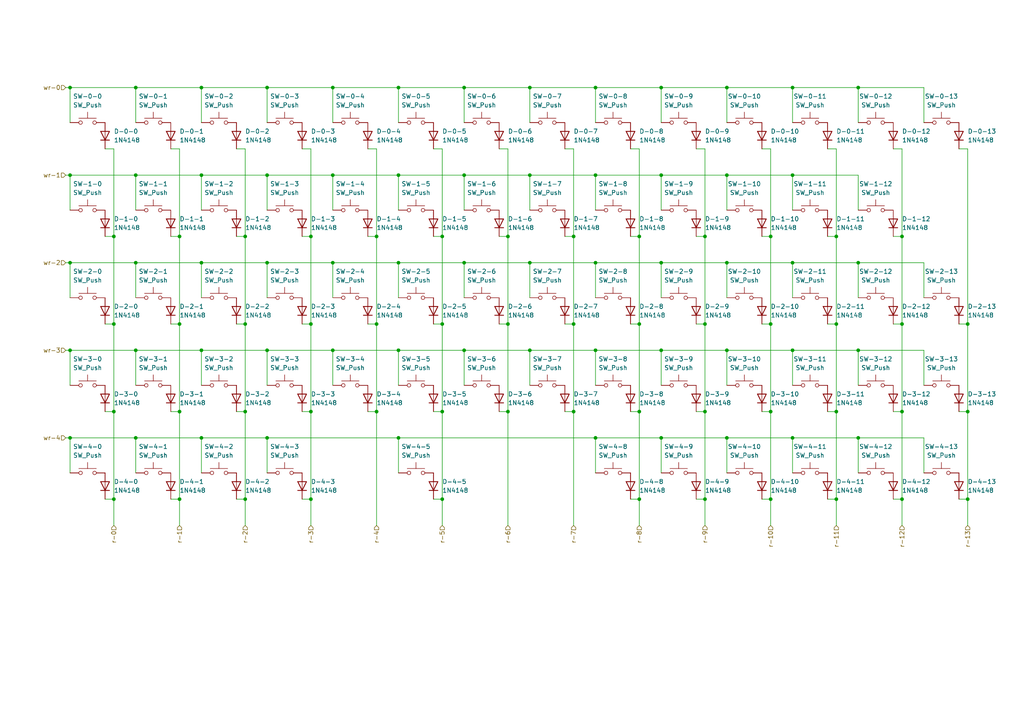
<source format=kicad_sch>
(kicad_sch (version 20250114) (generator "eeschema") (generator_version "9.0")
  (paper "A4")
  (junction (at 20.32 101.6))
  (junction (at 39.37 50.8))
  (junction (at 115.57 127))
  (junction (at 58.42 50.8))
  (junction (at 210.82 101.6))
  (junction (at 248.92 101.6))
  (junction (at 90.17 93.98))
  (junction (at 58.42 127))
  (junction (at 77.47 50.8))
  (junction (at 204.47 68.58))
  (junction (at 261.62 68.58))
  (junction (at 153.67 101.6))
  (junction (at 261.62 93.98))
  (junction (at 71.12 68.58))
  (junction (at 52.07 93.98))
  (junction (at 223.52 119.38))
  (junction (at 172.72 76.2))
  (junction (at 166.37 119.38))
  (junction (at 172.72 127))
  (junction (at 191.77 127))
  (junction (at 33.02 119.38))
  (junction (at 248.92 76.2))
  (junction (at 39.37 127))
  (junction (at 58.42 101.6))
  (junction (at 153.67 76.2))
  (junction (at 242.57 93.98))
  (junction (at 77.47 127))
  (junction (at 223.52 93.98))
  (junction (at 191.77 25.4))
  (junction (at 147.32 68.58))
  (junction (at 185.42 144.78))
  (junction (at 280.67 119.38))
  (junction (at 229.87 50.8))
  (junction (at 90.17 68.58))
  (junction (at 20.32 76.2))
  (junction (at 96.52 76.2))
  (junction (at 229.87 101.6))
  (junction (at 115.57 50.8))
  (junction (at 223.52 68.58))
  (junction (at 109.22 68.58))
  (junction (at 109.22 119.38))
  (junction (at 229.87 127))
  (junction (at 90.17 119.38))
  (junction (at 20.32 50.8))
  (junction (at 153.67 50.8))
  (junction (at 134.62 50.8))
  (junction (at 185.42 119.38))
  (junction (at 261.62 119.38))
  (junction (at 58.42 25.4))
  (junction (at 191.77 50.8))
  (junction (at 191.77 76.2))
  (junction (at 204.47 119.38))
  (junction (at 71.12 144.78))
  (junction (at 172.72 50.8))
  (junction (at 248.92 127))
  (junction (at 172.72 25.4))
  (junction (at 33.02 93.98))
  (junction (at 172.72 101.6))
  (junction (at 71.12 119.38))
  (junction (at 166.37 93.98))
  (junction (at 52.07 119.38))
  (junction (at 90.17 144.78))
  (junction (at 128.27 93.98))
  (junction (at 280.67 144.78))
  (junction (at 280.67 93.98))
  (junction (at 248.92 25.4))
  (junction (at 242.57 144.78))
  (junction (at 39.37 76.2))
  (junction (at 128.27 119.38))
  (junction (at 204.47 144.78))
  (junction (at 210.82 25.4))
  (junction (at 128.27 144.78))
  (junction (at 20.32 25.4))
  (junction (at 223.52 144.78))
  (junction (at 147.32 93.98))
  (junction (at 134.62 25.4))
  (junction (at 39.37 101.6))
  (junction (at 153.67 25.4))
  (junction (at 77.47 101.6))
  (junction (at 134.62 76.2))
  (junction (at 185.42 68.58))
  (junction (at 210.82 50.8))
  (junction (at 77.47 25.4))
  (junction (at 210.82 127))
  (junction (at 229.87 76.2))
  (junction (at 242.57 119.38))
  (junction (at 96.52 101.6))
  (junction (at 229.87 25.4))
  (junction (at 115.57 76.2))
  (junction (at 71.12 93.98))
  (junction (at 96.52 50.8))
  (junction (at 134.62 101.6))
  (junction (at 204.47 93.98))
  (junction (at 185.42 93.98))
  (junction (at 210.82 76.2))
  (junction (at 191.77 101.6))
  (junction (at 166.37 68.58))
  (junction (at 77.47 76.2))
  (junction (at 128.27 68.58))
  (junction (at 58.42 76.2))
  (junction (at 20.32 127))
  (junction (at 261.62 144.78))
  (junction (at 242.57 68.58))
  (junction (at 33.02 144.78))
  (junction (at 39.37 25.4))
  (junction (at 33.02 68.58))
  (junction (at 147.32 119.38))
  (junction (at 115.57 25.4))
  (junction (at 109.22 93.98))
  (junction (at 96.52 25.4))
  (junction (at 52.07 68.58))
  (junction (at 115.57 101.6))
  (junction (at 52.07 144.78))
  (wire (pts (xy 115.57 50.8) (xy 134.62 50.8)))
  (wire (pts (xy 220.98 43.18) (xy 223.52 43.18)))
  (wire (pts (xy 220.98 144.78) (xy 223.52 144.78)))
  (wire (pts (xy 248.92 127) (xy 267.97 127)))
  (wire (pts (xy 163.83 119.38) (xy 166.37 119.38)))
  (wire (pts (xy 153.67 25.4) (xy 172.72 25.4)))
  (wire (pts (xy 33.02 43.18) (xy 33.02 68.58)))
  (wire (pts (xy 210.82 50.8) (xy 229.87 50.8)))
  (wire (pts (xy 210.82 127) (xy 229.87 127)))
  (wire (pts (xy 134.62 50.8) (xy 134.62 60.96)))
  (wire (pts (xy 52.07 119.38) (xy 52.07 144.78)))
  (wire (pts (xy 201.93 93.98) (xy 204.47 93.98)))
  (wire (pts (xy 191.77 101.6) (xy 172.72 101.6)))
  (wire (pts (xy 280.67 144.78) (xy 280.67 152.4)))
  (wire (pts (xy 182.88 43.18) (xy 185.42 43.18)))
  (wire (pts (xy 240.03 144.78) (xy 242.57 144.78)))
  (wire (pts (xy 163.83 93.98) (xy 166.37 93.98)))
  (wire (pts (xy 52.07 43.18) (xy 52.07 68.58)))
  (wire (pts (xy 39.37 50.8) (xy 58.42 50.8)))
  (wire (pts (xy 144.78 68.58) (xy 147.32 68.58)))
  (wire (pts (xy 30.48 68.58) (xy 33.02 68.58)))
  (wire (pts (xy 71.12 119.38) (xy 71.12 144.78)))
  (wire (pts (xy 68.58 68.58) (xy 71.12 68.58)))
  (wire (pts (xy 109.22 119.38) (xy 109.22 152.4)))
  (wire (pts (xy 77.47 50.8) (xy 77.47 60.96)))
  (wire (pts (xy 52.07 144.78) (xy 52.07 152.4)))
  (wire (pts (xy 259.08 43.18) (xy 261.62 43.18)))
  (wire (pts (xy 68.58 144.78) (xy 71.12 144.78)))
  (wire (pts (xy 96.52 76.2) (xy 115.57 76.2)))
  (wire (pts (xy 106.68 119.38) (xy 109.22 119.38)))
  (wire (pts (xy 191.77 76.2) (xy 191.77 86.36)))
  (wire (pts (xy 58.42 76.2) (xy 58.42 86.36)))
  (wire (pts (xy 267.97 127) (xy 267.97 137.16)))
  (wire (pts (xy 39.37 50.8) (xy 39.37 60.96)))
  (wire (pts (xy 30.48 43.18) (xy 33.02 43.18)))
  (wire (pts (xy 128.27 119.38) (xy 128.27 144.78)))
  (wire (pts (xy 71.12 144.78) (xy 71.12 152.4)))
  (wire (pts (xy 52.07 68.58) (xy 52.07 93.98)))
  (wire (pts (xy 134.62 25.4) (xy 153.67 25.4)))
  (wire (pts (xy 204.47 43.18) (xy 204.47 68.58)))
  (wire (pts (xy 77.47 101.6) (xy 58.42 101.6)))
  (wire (pts (xy 240.03 119.38) (xy 242.57 119.38)))
  (wire (pts (xy 210.82 50.8) (xy 210.82 60.96)))
  (wire (pts (xy 115.57 127) (xy 115.57 137.16)))
  (wire (pts (xy 248.92 127) (xy 248.92 137.16)))
  (wire (pts (xy 20.32 25.4) (xy 39.37 25.4)))
  (wire (pts (xy 134.62 50.8) (xy 153.67 50.8)))
  (wire (pts (xy 125.73 119.38) (xy 128.27 119.38)))
  (wire (pts (xy 210.82 127) (xy 210.82 137.16)))
  (wire (pts (xy 259.08 144.78) (xy 261.62 144.78)))
  (wire (pts (xy 39.37 101.6) (xy 39.37 111.76)))
  (wire (pts (xy 166.37 68.58) (xy 166.37 93.98)))
  (wire (pts (xy 147.32 68.58) (xy 147.32 93.98)))
  (wire (pts (xy 261.62 43.18) (xy 261.62 68.58)))
  (wire (pts (xy 267.97 25.4) (xy 267.97 35.56)))
  (wire (pts (xy 210.82 101.6) (xy 210.82 111.76)))
  (wire (pts (xy 147.32 93.98) (xy 147.32 119.38)))
  (wire (pts (xy 242.57 119.38) (xy 242.57 144.78)))
  (wire (pts (xy 166.37 119.38) (xy 166.37 152.4)))
  (wire (pts (xy 223.52 43.18) (xy 223.52 68.58)))
  (wire (pts (xy 172.72 127) (xy 191.77 127)))
  (wire (pts (xy 58.42 101.6) (xy 39.37 101.6)))
  (wire (pts (xy 96.52 101.6) (xy 77.47 101.6)))
  (wire (pts (xy 248.92 76.2) (xy 267.97 76.2)))
  (wire (pts (xy 106.68 68.58) (xy 109.22 68.58)))
  (wire (pts (xy 280.67 43.18) (xy 280.67 93.98)))
  (wire (pts (xy 144.78 43.18) (xy 147.32 43.18)))
  (wire (pts (xy 49.53 119.38) (xy 52.07 119.38)))
  (wire (pts (xy 163.83 68.58) (xy 166.37 68.58)))
  (wire (pts (xy 87.63 68.58) (xy 90.17 68.58)))
  (wire (pts (xy 172.72 76.2) (xy 191.77 76.2)))
  (wire (pts (xy 96.52 25.4) (xy 115.57 25.4)))
  (wire (pts (xy 39.37 25.4) (xy 58.42 25.4)))
  (wire (pts (xy 115.57 50.8) (xy 115.57 60.96)))
  (wire (pts (xy 204.47 119.38) (xy 204.47 144.78)))
  (wire (pts (xy 153.67 76.2) (xy 153.67 86.36)))
  (wire (pts (xy 96.52 50.8) (xy 115.57 50.8)))
  (wire (pts (xy 125.73 43.18) (xy 128.27 43.18)))
  (wire (pts (xy 242.57 144.78) (xy 242.57 152.4)))
  (wire (pts (xy 185.42 68.58) (xy 185.42 93.98)))
  (wire (pts (xy 58.42 25.4) (xy 77.47 25.4)))
  (wire (pts (xy 144.78 93.98) (xy 147.32 93.98)))
  (wire (pts (xy 87.63 93.98) (xy 90.17 93.98)))
  (wire (pts (xy 96.52 25.4) (xy 96.52 35.56)))
  (wire (pts (xy 115.57 101.6) (xy 96.52 101.6)))
  (wire (pts (xy 191.77 25.4) (xy 210.82 25.4)))
  (wire (pts (xy 49.53 43.18) (xy 52.07 43.18)))
  (wire (pts (xy 77.47 76.2) (xy 96.52 76.2)))
  (wire (pts (xy 210.82 76.2) (xy 229.87 76.2)))
  (wire (pts (xy 242.57 93.98) (xy 242.57 119.38)))
  (wire (pts (xy 223.52 144.78) (xy 223.52 152.4)))
  (wire (pts (xy 191.77 101.6) (xy 191.77 111.76)))
  (wire (pts (xy 106.68 93.98) (xy 109.22 93.98)))
  (wire (pts (xy 96.52 101.6) (xy 96.52 111.76)))
  (wire (pts (xy 115.57 25.4) (xy 115.57 35.56)))
  (wire (pts (xy 20.32 25.4) (xy 20.32 35.56)))
  (wire (pts (xy 134.62 101.6) (xy 115.57 101.6)))
  (wire (pts (xy 147.32 43.18) (xy 147.32 68.58)))
  (wire (pts (xy 71.12 93.98) (xy 71.12 119.38)))
  (wire (pts (xy 68.58 43.18) (xy 71.12 43.18)))
  (wire (pts (xy 77.47 76.2) (xy 77.47 86.36)))
  (wire (pts (xy 90.17 144.78) (xy 90.17 152.4)))
  (wire (pts (xy 33.02 119.38) (xy 33.02 144.78)))
  (wire (pts (xy 20.32 50.8) (xy 20.32 60.96)))
  (wire (pts (xy 240.03 68.58) (xy 242.57 68.58)))
  (wire (pts (xy 278.13 93.98) (xy 280.67 93.98)))
  (wire (pts (xy 259.08 119.38) (xy 261.62 119.38)))
  (wire (pts (xy 125.73 68.58) (xy 128.27 68.58)))
  (wire (pts (xy 58.42 50.8) (xy 58.42 60.96)))
  (wire (pts (xy 115.57 101.6) (xy 115.57 111.76)))
  (wire (pts (xy 204.47 68.58) (xy 204.47 93.98)))
  (wire (pts (xy 128.27 68.58) (xy 128.27 93.98)))
  (wire (pts (xy 134.62 101.6) (xy 134.62 111.76)))
  (wire (pts (xy 191.77 127) (xy 191.77 137.16)))
  (wire (pts (xy 128.27 43.18) (xy 128.27 68.58)))
  (wire (pts (xy 58.42 127) (xy 77.47 127)))
  (wire (pts (xy 20.32 76.2) (xy 20.32 86.36)))
  (wire (pts (xy 229.87 50.8) (xy 248.92 50.8)))
  (wire (pts (xy 172.72 101.6) (xy 172.72 111.76)))
  (wire (pts (xy 172.72 50.8) (xy 191.77 50.8)))
  (wire (pts (xy 115.57 25.4) (xy 134.62 25.4)))
  (wire (pts (xy 229.87 127) (xy 229.87 137.16)))
  (wire (pts (xy 52.07 93.98) (xy 52.07 119.38)))
  (wire (pts (xy 109.22 93.98) (xy 109.22 119.38)))
  (wire (pts (xy 39.37 127) (xy 58.42 127)))
  (wire (pts (xy 115.57 127) (xy 172.72 127)))
  (wire (pts (xy 87.63 119.38) (xy 90.17 119.38)))
  (wire (pts (xy 153.67 50.8) (xy 172.72 50.8)))
  (wire (pts (xy 278.13 43.18) (xy 280.67 43.18)))
  (wire (pts (xy 182.88 119.38) (xy 185.42 119.38)))
  (wire (pts (xy 30.48 93.98) (xy 33.02 93.98)))
  (wire (pts (xy 39.37 25.4) (xy 39.37 35.56)))
  (wire (pts (xy 229.87 76.2) (xy 248.92 76.2)))
  (wire (pts (xy 229.87 25.4) (xy 248.92 25.4)))
  (wire (pts (xy 19.05 76.2) (xy 20.32 76.2)))
  (wire (pts (xy 210.82 101.6) (xy 191.77 101.6)))
  (wire (pts (xy 49.53 144.78) (xy 52.07 144.78)))
  (wire (pts (xy 259.08 68.58) (xy 261.62 68.58)))
  (wire (pts (xy 248.92 25.4) (xy 248.92 35.56)))
  (wire (pts (xy 153.67 50.8) (xy 153.67 60.96)))
  (wire (pts (xy 220.98 119.38) (xy 223.52 119.38)))
  (wire (pts (xy 248.92 101.6) (xy 229.87 101.6)))
  (wire (pts (xy 20.32 101.6) (xy 20.32 111.76)))
  (wire (pts (xy 77.47 25.4) (xy 77.47 35.56)))
  (wire (pts (xy 90.17 93.98) (xy 90.17 119.38)))
  (wire (pts (xy 191.77 25.4) (xy 191.77 35.56)))
  (wire (pts (xy 30.48 119.38) (xy 33.02 119.38)))
  (wire (pts (xy 229.87 50.8) (xy 229.87 60.96)))
  (wire (pts (xy 201.93 43.18) (xy 204.47 43.18)))
  (wire (pts (xy 229.87 76.2) (xy 229.87 86.36)))
  (wire (pts (xy 128.27 93.98) (xy 128.27 119.38)))
  (wire (pts (xy 172.72 50.8) (xy 172.72 60.96)))
  (wire (pts (xy 278.13 144.78) (xy 280.67 144.78)))
  (wire (pts (xy 90.17 119.38) (xy 90.17 144.78)))
  (wire (pts (xy 71.12 68.58) (xy 71.12 93.98)))
  (wire (pts (xy 77.47 137.16) (xy 77.47 127)))
  (wire (pts (xy 185.42 93.98) (xy 185.42 119.38)))
  (wire (pts (xy 242.57 43.18) (xy 242.57 68.58)))
  (wire (pts (xy 210.82 25.4) (xy 229.87 25.4)))
  (wire (pts (xy 39.37 127) (xy 39.37 137.16)))
  (wire (pts (xy 220.98 93.98) (xy 223.52 93.98)))
  (wire (pts (xy 68.58 93.98) (xy 71.12 93.98)))
  (wire (pts (xy 20.32 76.2) (xy 39.37 76.2)))
  (wire (pts (xy 191.77 50.8) (xy 210.82 50.8)))
  (wire (pts (xy 58.42 76.2) (xy 77.47 76.2)))
  (wire (pts (xy 128.27 144.78) (xy 128.27 152.4)))
  (wire (pts (xy 77.47 127) (xy 115.57 127)))
  (wire (pts (xy 248.92 101.6) (xy 248.92 111.76)))
  (wire (pts (xy 20.32 101.6) (xy 19.05 101.6)))
  (wire (pts (xy 134.62 76.2) (xy 134.62 86.36)))
  (wire (pts (xy 87.63 43.18) (xy 90.17 43.18)))
  (wire (pts (xy 115.57 76.2) (xy 115.57 86.36)))
  (wire (pts (xy 125.73 144.78) (xy 128.27 144.78)))
  (wire (pts (xy 223.52 119.38) (xy 223.52 144.78)))
  (wire (pts (xy 242.57 68.58) (xy 242.57 93.98)))
  (wire (pts (xy 58.42 50.8) (xy 77.47 50.8)))
  (wire (pts (xy 106.68 43.18) (xy 109.22 43.18)))
  (wire (pts (xy 185.42 144.78) (xy 185.42 152.4)))
  (wire (pts (xy 267.97 101.6) (xy 248.92 101.6)))
  (wire (pts (xy 280.67 93.98) (xy 280.67 119.38)))
  (wire (pts (xy 240.03 93.98) (xy 242.57 93.98)))
  (wire (pts (xy 39.37 101.6) (xy 20.32 101.6)))
  (wire (pts (xy 20.32 127) (xy 39.37 127)))
  (wire (pts (xy 240.03 43.18) (xy 242.57 43.18)))
  (wire (pts (xy 77.47 25.4) (xy 96.52 25.4)))
  (wire (pts (xy 166.37 43.18) (xy 166.37 68.58)))
  (wire (pts (xy 90.17 68.58) (xy 90.17 93.98)))
  (wire (pts (xy 58.42 25.4) (xy 58.42 35.56)))
  (wire (pts (xy 210.82 25.4) (xy 210.82 35.56)))
  (wire (pts (xy 191.77 50.8) (xy 191.77 60.96)))
  (wire (pts (xy 33.02 93.98) (xy 33.02 119.38)))
  (wire (pts (xy 182.88 144.78) (xy 185.42 144.78)))
  (wire (pts (xy 280.67 119.38) (xy 280.67 144.78)))
  (wire (pts (xy 134.62 25.4) (xy 134.62 35.56)))
  (wire (pts (xy 204.47 144.78) (xy 204.47 152.4)))
  (wire (pts (xy 267.97 76.2) (xy 267.97 86.36)))
  (wire (pts (xy 278.13 119.38) (xy 280.67 119.38)))
  (wire (pts (xy 19.05 127) (xy 20.32 127)))
  (wire (pts (xy 58.42 127) (xy 58.42 137.16)))
  (wire (pts (xy 248.92 76.2) (xy 248.92 86.36)))
  (wire (pts (xy 19.05 25.4) (xy 20.32 25.4)))
  (wire (pts (xy 153.67 76.2) (xy 172.72 76.2)))
  (wire (pts (xy 261.62 144.78) (xy 261.62 152.4)))
  (wire (pts (xy 109.22 43.18) (xy 109.22 68.58)))
  (wire (pts (xy 163.83 43.18) (xy 166.37 43.18)))
  (wire (pts (xy 49.53 68.58) (xy 52.07 68.58)))
  (wire (pts (xy 77.47 101.6) (xy 77.47 111.76)))
  (wire (pts (xy 96.52 50.8) (xy 96.52 60.96)))
  (wire (pts (xy 49.53 93.98) (xy 52.07 93.98)))
  (wire (pts (xy 172.72 25.4) (xy 191.77 25.4)))
  (wire (pts (xy 204.47 93.98) (xy 204.47 119.38)))
  (wire (pts (xy 201.93 119.38) (xy 204.47 119.38)))
  (wire (pts (xy 185.42 43.18) (xy 185.42 68.58)))
  (wire (pts (xy 223.52 93.98) (xy 223.52 119.38)))
  (wire (pts (xy 39.37 76.2) (xy 39.37 86.36)))
  (wire (pts (xy 115.57 76.2) (xy 134.62 76.2)))
  (wire (pts (xy 172.72 127) (xy 172.72 137.16)))
  (wire (pts (xy 71.12 43.18) (xy 71.12 68.58)))
  (wire (pts (xy 191.77 76.2) (xy 210.82 76.2)))
  (wire (pts (xy 229.87 101.6) (xy 210.82 101.6)))
  (wire (pts (xy 125.73 93.98) (xy 128.27 93.98)))
  (wire (pts (xy 77.47 50.8) (xy 96.52 50.8)))
  (wire (pts (xy 33.02 144.78) (xy 33.02 152.4)))
  (wire (pts (xy 261.62 119.38) (xy 261.62 144.78)))
  (wire (pts (xy 172.72 76.2) (xy 172.72 86.36)))
  (wire (pts (xy 19.05 50.8) (xy 20.32 50.8)))
  (wire (pts (xy 201.93 144.78) (xy 204.47 144.78)))
  (wire (pts (xy 229.87 101.6) (xy 229.87 111.76)))
  (wire (pts (xy 153.67 35.56) (xy 153.67 25.4)))
  (wire (pts (xy 20.32 127) (xy 20.32 137.16)))
  (wire (pts (xy 229.87 127) (xy 248.92 127)))
  (wire (pts (xy 220.98 68.58) (xy 223.52 68.58)))
  (wire (pts (xy 182.88 68.58) (xy 185.42 68.58)))
  (wire (pts (xy 248.92 50.8) (xy 248.92 60.96)))
  (wire (pts (xy 30.48 144.78) (xy 33.02 144.78)))
  (wire (pts (xy 68.58 119.38) (xy 71.12 119.38)))
  (wire (pts (xy 90.17 43.18) (xy 90.17 68.58)))
  (wire (pts (xy 267.97 111.76) (xy 267.97 101.6)))
  (wire (pts (xy 248.92 25.4) (xy 267.97 25.4)))
  (wire (pts (xy 166.37 93.98) (xy 166.37 119.38)))
  (wire (pts (xy 229.87 25.4) (xy 229.87 35.56)))
  (wire (pts (xy 261.62 68.58) (xy 261.62 93.98)))
  (wire (pts (xy 144.78 119.38) (xy 147.32 119.38)))
  (wire (pts (xy 134.62 76.2) (xy 153.67 76.2)))
  (wire (pts (xy 153.67 101.6) (xy 134.62 101.6)))
  (wire (pts (xy 191.77 127) (xy 210.82 127)))
  (wire (pts (xy 153.67 101.6) (xy 153.67 111.76)))
  (wire (pts (xy 201.93 68.58) (xy 204.47 68.58)))
  (wire (pts (xy 20.32 50.8) (xy 39.37 50.8)))
  (wire (pts (xy 259.08 93.98) (xy 261.62 93.98)))
  (wire (pts (xy 261.62 93.98) (xy 261.62 119.38)))
  (wire (pts (xy 39.37 76.2) (xy 58.42 76.2)))
  (wire (pts (xy 182.88 93.98) (xy 185.42 93.98)))
  (wire (pts (xy 223.52 68.58) (xy 223.52 93.98)))
  (wire (pts (xy 210.82 76.2) (xy 210.82 86.36)))
  (wire (pts (xy 33.02 68.58) (xy 33.02 93.98)))
  (wire (pts (xy 58.42 101.6) (xy 58.42 111.76)))
  (wire (pts (xy 172.72 25.4) (xy 172.72 35.56)))
  (wire (pts (xy 87.63 144.78) (xy 90.17 144.78)))
  (wire (pts (xy 172.72 101.6) (xy 153.67 101.6)))
  (wire (pts (xy 147.32 119.38) (xy 147.32 152.4)))
  (wire (pts (xy 96.52 76.2) (xy 96.52 86.36)))
  (wire (pts (xy 109.22 68.58) (xy 109.22 93.98)))
  (wire (pts (xy 185.42 119.38) (xy 185.42 144.78)))
  (hierarchical_label "wr-3" (shape input) (at 19.05 101.6 180))
  (hierarchical_label "wr-2" (shape input) (at 19.05 76.2 180))
  (hierarchical_label "wr-1" (shape input) (at 19.05 50.8 180))
  (hierarchical_label "r-11" (shape input) (at 242.57 152.4 270))
  (hierarchical_label "r-12" (shape input) (at 261.62 152.4 270))
  (hierarchical_label "r-13" (shape input) (at 280.67 152.4 270))
  (hierarchical_label "r-10" (shape input) (at 223.52 152.4 270))
  (hierarchical_label "r-8" (shape input) (at 185.42 152.4 270))
  (hierarchical_label "r-9" (shape input) (at 204.47 152.4 270))
  (hierarchical_label "r-0" (shape input) (at 33.02 152.4 270))
  (hierarchical_label "r-3" (shape input) (at 90.17 152.4 270))
  (hierarchical_label "r-1" (shape input) (at 52.07 152.4 270))
  (hierarchical_label "r-2" (shape input) (at 71.12 152.4 270))
  (hierarchical_label "r-4" (shape input) (at 109.22 152.4 270))
  (hierarchical_label "r-5" (shape input) (at 128.27 152.4 270))
  (hierarchical_label "r-6" (shape input) (at 147.32 152.4 270))
  (hierarchical_label "r-7" (shape input) (at 166.37 152.4 270))
  (hierarchical_label "wr-0" (shape input) (at 19.05 25.4 180))
  (hierarchical_label "wr-4" (shape input) (at 19.05 127 180))
  (symbol (lib_id "Switch:SW_Push") (at 196.85 86.36 0) (unit 1)
    (property "Reference" "SW-2-9" (at 196.85 78.74 0))
    (property "Value" "SW_Push" (at 196.85 81.28 0))
    (property "Footprint" "Button_Switch_Keyboard:SW_Cherry_MX_1.00u_PCB" (effects (hide yes)))
    (property "Description" "Push button switch, generic, two pins" (effects (hide yes)))
  )
  (symbol (lib_id "Switch:SW_Push") (at 273.05 86.36 0) (unit 1)
    (property "Reference" "SW-2-13" (at 273.05 78.74 0))
    (property "Value" "SW_Push" (at 273.05 81.28 0))
    (property "Footprint" "Button_Switch_Keyboard:SW_Cherry_MX_1.00u_PCB" (effects (hide yes)))
    (property "Description" "Push button switch, generic, two pins" (effects (hide yes)))
  )
  (symbol (lib_id "Switch:SW_Push") (at 254 35.56 0) (unit 1)
    (property "Reference" "SW-0-12" (at 254 27.94 0))
    (property "Value" "SW_Push" (at 254 30.48 0))
    (property "Footprint" "Button_Switch_Keyboard:SW_Cherry_MX_1.00u_PCB" (effects (hide yes)))
    (property "Description" "Push button switch, generic, two pins" (effects (hide yes)))
  )
  (symbol (lib_id "Switch:SW_Push") (at 196.85 111.76 0) (unit 1)
    (property "Reference" "SW-3-9" (at 196.85 104.14 0))
    (property "Value" "SW_Push" (at 196.85 106.68 0))
    (property "Footprint" "Button_Switch_Keyboard:SW_Cherry_MX_1.00u_PCB" (effects (hide yes)))
    (property "Description" "Push button switch, generic, two pins" (effects (hide yes)))
  )
  (symbol (lib_id "Diode:1N4148") (at 182.88 140.97 90) (unit 1)
    (property "Reference" "D-4-8" (at 185.42 139.6999 90) (effects (justify right)))
    (property "Value" "1N4148" (at 185.42 142.2399 90) (effects (justify right)))
    (property "Footprint" "Diode_THT:D_DO-35_SOD27_P7.62mm_Horizontal" (effects (hide yes)))
    (property "Datasheet" "https://assets.nexperia.com/documents/data-sheet/1N4148_1N4448.pdf" (effects (hide yes)))
    (property "Description" "100V 0.15A standard switching diode, DO-35" (effects (hide yes)))
    (property "Sim.Device" "D" (effects (hide yes)))
    (property "Sim.Pins" "1=K 2=A" (effects (hide yes)))
  )
  (symbol (lib_id "Diode:1N4148") (at 106.68 115.57 90) (unit 1)
    (property "Reference" "D-3-4" (at 109.22 114.2999 90) (effects (justify right)))
    (property "Value" "1N4148" (at 109.22 116.8399 90) (effects (justify right)))
    (property "Footprint" "Diode_THT:D_DO-35_SOD27_P7.62mm_Horizontal" (effects (hide yes)))
    (property "Datasheet" "https://assets.nexperia.com/documents/data-sheet/1N4148_1N4448.pdf" (effects (hide yes)))
    (property "Description" "100V 0.15A standard switching diode, DO-35" (effects (hide yes)))
    (property "Sim.Device" "D" (effects (hide yes)))
    (property "Sim.Pins" "1=K 2=A" (effects (hide yes)))
  )
  (symbol (lib_id "Diode:1N4148") (at 201.93 115.57 90) (unit 1)
    (property "Reference" "D-3-9" (at 204.47 114.2999 90) (effects (justify right)))
    (property "Value" "1N4148" (at 204.47 116.8399 90) (effects (justify right)))
    (property "Footprint" "Diode_THT:D_DO-35_SOD27_P7.62mm_Horizontal" (effects (hide yes)))
    (property "Datasheet" "https://assets.nexperia.com/documents/data-sheet/1N4148_1N4448.pdf" (effects (hide yes)))
    (property "Description" "100V 0.15A standard switching diode, DO-35" (effects (hide yes)))
    (property "Sim.Device" "D" (effects (hide yes)))
    (property "Sim.Pins" "1=K 2=A" (effects (hide yes)))
  )
  (symbol (lib_id "Switch:SW_Push") (at 254 111.76 0) (unit 1)
    (property "Reference" "SW-3-12" (at 254 104.14 0))
    (property "Value" "SW_Push" (at 254 106.68 0))
    (property "Footprint" "Button_Switch_Keyboard:SW_Cherry_MX_1.00u_PCB" (effects (hide yes)))
    (property "Description" "Push button switch, generic, two pins" (effects (hide yes)))
  )
  (symbol (lib_id "Diode:1N4148") (at 68.58 39.37 90) (unit 1)
    (property "Reference" "D-0-2" (at 71.12 38.0999 90) (effects (justify right)))
    (property "Value" "1N4148" (at 71.12 40.6399 90) (effects (justify right)))
    (property "Footprint" "Diode_THT:D_DO-35_SOD27_P7.62mm_Horizontal" (effects (hide yes)))
    (property "Datasheet" "https://assets.nexperia.com/documents/data-sheet/1N4148_1N4448.pdf" (effects (hide yes)))
    (property "Description" "100V 0.15A standard switching diode, DO-35" (effects (hide yes)))
    (property "Sim.Device" "D" (effects (hide yes)))
    (property "Sim.Pins" "1=K 2=A" (effects (hide yes)))
  )
  (symbol (lib_id "Switch:SW_Push") (at 120.65 35.56 0) (unit 1)
    (property "Reference" "SW-0-5" (at 120.65 27.94 0))
    (property "Value" "SW_Push" (at 120.65 30.48 0))
    (property "Footprint" "Button_Switch_Keyboard:SW_Cherry_MX_1.00u_PCB" (effects (hide yes)))
    (property "Description" "Push button switch, generic, two pins" (effects (hide yes)))
  )
  (symbol (lib_id "Switch:SW_Push") (at 177.8 111.76 0) (unit 1)
    (property "Reference" "SW-3-8" (at 177.8 104.14 0))
    (property "Value" "SW_Push" (at 177.8 106.68 0))
    (property "Footprint" "Button_Switch_Keyboard:SW_Cherry_MX_1.00u_PCB" (effects (hide yes)))
    (property "Description" "Push button switch, generic, two pins" (effects (hide yes)))
  )
  (symbol (lib_id "Diode:1N4148") (at 182.88 64.77 90) (unit 1)
    (property "Reference" "D-1-8" (at 185.42 63.4999 90) (effects (justify right)))
    (property "Value" "1N4148" (at 185.42 66.0399 90) (effects (justify right)))
    (property "Footprint" "Diode_THT:D_DO-35_SOD27_P7.62mm_Horizontal" (effects (hide yes)))
    (property "Datasheet" "https://assets.nexperia.com/documents/data-sheet/1N4148_1N4448.pdf" (effects (hide yes)))
    (property "Description" "100V 0.15A standard switching diode, DO-35" (effects (hide yes)))
    (property "Sim.Device" "D" (effects (hide yes)))
    (property "Sim.Pins" "1=K 2=A" (effects (hide yes)))
  )
  (symbol (lib_id "Switch:SW_Push") (at 44.45 111.76 0) (unit 1)
    (property "Reference" "SW-3-1" (at 44.45 104.14 0))
    (property "Value" "SW_Push" (at 44.45 106.68 0))
    (property "Footprint" "Button_Switch_Keyboard:SW_Cherry_MX_1.00u_PCB" (effects (hide yes)))
    (property "Description" "Push button switch, generic, two pins" (effects (hide yes)))
  )
  (symbol (lib_id "Switch:SW_Push") (at 273.05 111.76 0) (unit 1)
    (property "Reference" "SW-3-13" (at 273.05 104.14 0))
    (property "Value" "SW_Push" (at 273.05 106.68 0))
    (property "Footprint" "Button_Switch_Keyboard:SW_Cherry_MX_1.00u_PCB" (effects (hide yes)))
    (property "Description" "Push button switch, generic, two pins" (effects (hide yes)))
  )
  (symbol (lib_id "Diode:1N4148") (at 49.53 64.77 90) (unit 1)
    (property "Reference" "D-1-1" (at 52.07 63.4999 90) (effects (justify right)))
    (property "Value" "1N4148" (at 52.07 66.0399 90) (effects (justify right)))
    (property "Footprint" "Diode_THT:D_DO-35_SOD27_P7.62mm_Horizontal" (effects (hide yes)))
    (property "Datasheet" "https://assets.nexperia.com/documents/data-sheet/1N4148_1N4448.pdf" (effects (hide yes)))
    (property "Description" "100V 0.15A standard switching diode, DO-35" (effects (hide yes)))
    (property "Sim.Device" "D" (effects (hide yes)))
    (property "Sim.Pins" "1=K 2=A" (effects (hide yes)))
  )
  (symbol (lib_id "Diode:1N4148") (at 259.08 90.17 90) (unit 1)
    (property "Reference" "D-2-12" (at 261.62 88.8999 90) (effects (justify right)))
    (property "Value" "1N4148" (at 261.62 91.4399 90) (effects (justify right)))
    (property "Footprint" "Diode_THT:D_DO-35_SOD27_P7.62mm_Horizontal" (effects (hide yes)))
    (property "Datasheet" "https://assets.nexperia.com/documents/data-sheet/1N4148_1N4448.pdf" (effects (hide yes)))
    (property "Description" "100V 0.15A standard switching diode, DO-35" (effects (hide yes)))
    (property "Sim.Device" "D" (effects (hide yes)))
    (property "Sim.Pins" "1=K 2=A" (effects (hide yes)))
  )
  (symbol (lib_id "Diode:1N4148") (at 259.08 140.97 90) (unit 1)
    (property "Reference" "D-4-12" (at 261.62 139.6999 90) (effects (justify right)))
    (property "Value" "1N4148" (at 261.62 142.2399 90) (effects (justify right)))
    (property "Footprint" "Diode_THT:D_DO-35_SOD27_P7.62mm_Horizontal" (effects (hide yes)))
    (property "Datasheet" "https://assets.nexperia.com/documents/data-sheet/1N4148_1N4448.pdf" (effects (hide yes)))
    (property "Description" "100V 0.15A standard switching diode, DO-35" (effects (hide yes)))
    (property "Sim.Device" "D" (effects (hide yes)))
    (property "Sim.Pins" "1=K 2=A" (effects (hide yes)))
  )
  (symbol (lib_id "Switch:SW_Push") (at 82.55 60.96 0) (unit 1)
    (property "Reference" "SW-1-3" (at 82.55 53.34 0))
    (property "Value" "SW_Push" (at 82.55 55.88 0))
    (property "Footprint" "Button_Switch_Keyboard:SW_Cherry_MX_1.00u_PCB" (effects (hide yes)))
    (property "Description" "Push button switch, generic, two pins" (effects (hide yes)))
  )
  (symbol (lib_id "Diode:1N4148") (at 87.63 64.77 90) (unit 1)
    (property "Reference" "D-1-3" (at 90.17 63.4999 90) (effects (justify right)))
    (property "Value" "1N4148" (at 90.17 66.0399 90) (effects (justify right)))
    (property "Footprint" "Diode_THT:D_DO-35_SOD27_P7.62mm_Horizontal" (effects (hide yes)))
    (property "Datasheet" "https://assets.nexperia.com/documents/data-sheet/1N4148_1N4448.pdf" (effects (hide yes)))
    (property "Description" "100V 0.15A standard switching diode, DO-35" (effects (hide yes)))
    (property "Sim.Device" "D" (effects (hide yes)))
    (property "Sim.Pins" "1=K 2=A" (effects (hide yes)))
  )
  (symbol (lib_id "Diode:1N4148") (at 259.08 39.37 90) (unit 1)
    (property "Reference" "D-0-12" (at 261.62 38.0999 90) (effects (justify right)))
    (property "Value" "1N4148" (at 261.62 40.6399 90) (effects (justify right)))
    (property "Footprint" "Diode_THT:D_DO-35_SOD27_P7.62mm_Horizontal" (effects (hide yes)))
    (property "Datasheet" "https://assets.nexperia.com/documents/data-sheet/1N4148_1N4448.pdf" (effects (hide yes)))
    (property "Description" "100V 0.15A standard switching diode, DO-35" (effects (hide yes)))
    (property "Sim.Device" "D" (effects (hide yes)))
    (property "Sim.Pins" "1=K 2=A" (effects (hide yes)))
  )
  (symbol (lib_id "Diode:1N4148") (at 125.73 39.37 90) (unit 1)
    (property "Reference" "D-0-5" (at 128.27 38.0999 90) (effects (justify right)))
    (property "Value" "1N4148" (at 128.27 40.6399 90) (effects (justify right)))
    (property "Footprint" "Diode_THT:D_DO-35_SOD27_P7.62mm_Horizontal" (effects (hide yes)))
    (property "Datasheet" "https://assets.nexperia.com/documents/data-sheet/1N4148_1N4448.pdf" (effects (hide yes)))
    (property "Description" "100V 0.15A standard switching diode, DO-35" (effects (hide yes)))
    (property "Sim.Device" "D" (effects (hide yes)))
    (property "Sim.Pins" "1=K 2=A" (effects (hide yes)))
  )
  (symbol (lib_id "Switch:SW_Push") (at 196.85 35.56 0) (unit 1)
    (property "Reference" "SW-0-9" (at 196.85 27.94 0))
    (property "Value" "SW_Push" (at 196.85 30.48 0))
    (property "Footprint" "Button_Switch_Keyboard:SW_Cherry_MX_1.00u_PCB" (effects (hide yes)))
    (property "Description" "Push button switch, generic, two pins" (effects (hide yes)))
  )
  (symbol (lib_id "Diode:1N4148") (at 201.93 90.17 90) (unit 1)
    (property "Reference" "D-2-9" (at 204.47 88.8999 90) (effects (justify right)))
    (property "Value" "1N4148" (at 204.47 91.4399 90) (effects (justify right)))
    (property "Footprint" "Diode_THT:D_DO-35_SOD27_P7.62mm_Horizontal" (effects (hide yes)))
    (property "Datasheet" "https://assets.nexperia.com/documents/data-sheet/1N4148_1N4448.pdf" (effects (hide yes)))
    (property "Description" "100V 0.15A standard switching diode, DO-35" (effects (hide yes)))
    (property "Sim.Device" "D" (effects (hide yes)))
    (property "Sim.Pins" "1=K 2=A" (effects (hide yes)))
  )
  (symbol (lib_id "Switch:SW_Push") (at 82.55 35.56 0) (unit 1)
    (property "Reference" "SW-0-3" (at 82.55 27.94 0))
    (property "Value" "SW_Push" (at 82.55 30.48 0))
    (property "Footprint" "Button_Switch_Keyboard:SW_Cherry_MX_1.00u_PCB" (effects (hide yes)))
    (property "Description" "Push button switch, generic, two pins" (effects (hide yes)))
  )
  (symbol (lib_id "Switch:SW_Push") (at 25.4 111.76 0) (unit 1)
    (property "Reference" "SW-3-0" (at 25.4 104.14 0))
    (property "Value" "SW_Push" (at 25.4 106.68 0))
    (property "Footprint" "Button_Switch_Keyboard:SW_Cherry_MX_1.00u_PCB" (effects (hide yes)))
    (property "Description" "Push button switch, generic, two pins" (effects (hide yes)))
  )
  (symbol (lib_id "Switch:SW_Push") (at 273.05 35.56 0) (unit 1)
    (property "Reference" "SW-0-13" (at 273.05 27.94 0))
    (property "Value" "SW_Push" (at 273.05 30.48 0))
    (property "Footprint" "Button_Switch_Keyboard:SW_Cherry_MX_1.00u_PCB" (effects (hide yes)))
    (property "Description" "Push button switch, generic, two pins" (effects (hide yes)))
  )
  (symbol (lib_id "Switch:SW_Push") (at 254 86.36 0) (unit 1)
    (property "Reference" "SW-2-12" (at 254 78.74 0))
    (property "Value" "SW_Push" (at 254 81.28 0))
    (property "Footprint" "Button_Switch_Keyboard:SW_Cherry_MX_1.00u_PCB" (effects (hide yes)))
    (property "Description" "Push button switch, generic, two pins" (effects (hide yes)))
  )
  (symbol (lib_id "Diode:1N4148") (at 30.48 140.97 90) (unit 1)
    (property "Reference" "D-4-0" (at 33.02 139.6999 90) (effects (justify right)))
    (property "Value" "1N4148" (at 33.02 142.2399 90) (effects (justify right)))
    (property "Footprint" "Diode_THT:D_DO-35_SOD27_P7.62mm_Horizontal" (effects (hide yes)))
    (property "Datasheet" "https://assets.nexperia.com/documents/data-sheet/1N4148_1N4448.pdf" (effects (hide yes)))
    (property "Description" "100V 0.15A standard switching diode, DO-35" (effects (hide yes)))
    (property "Sim.Device" "D" (effects (hide yes)))
    (property "Sim.Pins" "1=K 2=A" (effects (hide yes)))
  )
  (symbol (lib_id "Diode:1N4148") (at 144.78 39.37 90) (unit 1)
    (property "Reference" "D-0-6" (at 147.32 38.0999 90) (effects (justify right)))
    (property "Value" "1N4148" (at 147.32 40.6399 90) (effects (justify right)))
    (property "Footprint" "Diode_THT:D_DO-35_SOD27_P7.62mm_Horizontal" (effects (hide yes)))
    (property "Datasheet" "https://assets.nexperia.com/documents/data-sheet/1N4148_1N4448.pdf" (effects (hide yes)))
    (property "Description" "100V 0.15A standard switching diode, DO-35" (effects (hide yes)))
    (property "Sim.Device" "D" (effects (hide yes)))
    (property "Sim.Pins" "1=K 2=A" (effects (hide yes)))
  )
  (symbol (lib_id "Switch:SW_Push") (at 25.4 137.16 0) (unit 1)
    (property "Reference" "SW-4-0" (at 25.4 129.54 0))
    (property "Value" "SW_Push" (at 25.4 132.08 0))
    (property "Footprint" "Button_Switch_Keyboard:SW_Cherry_MX_1.00u_PCB" (effects (hide yes)))
    (property "Description" "Push button switch, generic, two pins" (effects (hide yes)))
  )
  (symbol (lib_id "Diode:1N4148") (at 30.48 115.57 90) (unit 1)
    (property "Reference" "D-3-0" (at 33.02 114.2999 90) (effects (justify right)))
    (property "Value" "1N4148" (at 33.02 116.8399 90) (effects (justify right)))
    (property "Footprint" "Diode_THT:D_DO-35_SOD27_P7.62mm_Horizontal" (effects (hide yes)))
    (property "Datasheet" "https://assets.nexperia.com/documents/data-sheet/1N4148_1N4448.pdf" (effects (hide yes)))
    (property "Description" "100V 0.15A standard switching diode, DO-35" (effects (hide yes)))
    (property "Sim.Device" "D" (effects (hide yes)))
    (property "Sim.Pins" "1=K 2=A" (effects (hide yes)))
  )
  (symbol (lib_id "Diode:1N4148") (at 125.73 115.57 90) (unit 1)
    (property "Reference" "D-3-5" (at 128.27 114.2999 90) (effects (justify right)))
    (property "Value" "1N4148" (at 128.27 116.8399 90) (effects (justify right)))
    (property "Footprint" "Diode_THT:D_DO-35_SOD27_P7.62mm_Horizontal" (effects (hide yes)))
    (property "Datasheet" "https://assets.nexperia.com/documents/data-sheet/1N4148_1N4448.pdf" (effects (hide yes)))
    (property "Description" "100V 0.15A standard switching diode, DO-35" (effects (hide yes)))
    (property "Sim.Device" "D" (effects (hide yes)))
    (property "Sim.Pins" "1=K 2=A" (effects (hide yes)))
  )
  (symbol (lib_id "Switch:SW_Push") (at 44.45 137.16 0) (unit 1)
    (property "Reference" "SW-4-1" (at 44.45 129.54 0))
    (property "Value" "SW_Push" (at 44.45 132.08 0))
    (property "Footprint" "Button_Switch_Keyboard:SW_Cherry_MX_1.00u_PCB" (effects (hide yes)))
    (property "Description" "Push button switch, generic, two pins" (effects (hide yes)))
  )
  (symbol (lib_id "Diode:1N4148") (at 240.03 39.37 90) (unit 1)
    (property "Reference" "D-0-11" (at 242.57 38.0999 90) (effects (justify right)))
    (property "Value" "1N4148" (at 242.57 40.6399 90) (effects (justify right)))
    (property "Footprint" "Diode_THT:D_DO-35_SOD27_P7.62mm_Horizontal" (effects (hide yes)))
    (property "Datasheet" "https://assets.nexperia.com/documents/data-sheet/1N4148_1N4448.pdf" (effects (hide yes)))
    (property "Description" "100V 0.15A standard switching diode, DO-35" (effects (hide yes)))
    (property "Sim.Device" "D" (effects (hide yes)))
    (property "Sim.Pins" "1=K 2=A" (effects (hide yes)))
  )
  (symbol (lib_id "Switch:SW_Push") (at 101.6 60.96 0) (unit 1)
    (property "Reference" "SW-1-4" (at 101.6 53.34 0))
    (property "Value" "SW_Push" (at 101.6 55.88 0))
    (property "Footprint" "Button_Switch_Keyboard:SW_Cherry_MX_1.00u_PCB" (effects (hide yes)))
    (property "Description" "Push button switch, generic, two pins" (effects (hide yes)))
  )
  (symbol (lib_id "Switch:SW_Push") (at 215.9 35.56 0) (unit 1)
    (property "Reference" "SW-0-10" (at 215.9 27.94 0))
    (property "Value" "SW_Push" (at 215.9 30.48 0))
    (property "Footprint" "Button_Switch_Keyboard:SW_Cherry_MX_1.00u_PCB" (effects (hide yes)))
    (property "Description" "Push button switch, generic, two pins" (effects (hide yes)))
  )
  (symbol (lib_id "Diode:1N4148") (at 106.68 64.77 90) (unit 1)
    (property "Reference" "D-1-4" (at 109.22 63.4999 90) (effects (justify right)))
    (property "Value" "1N4148" (at 109.22 66.0399 90) (effects (justify right)))
    (property "Footprint" "Diode_THT:D_DO-35_SOD27_P7.62mm_Horizontal" (effects (hide yes)))
    (property "Datasheet" "https://assets.nexperia.com/documents/data-sheet/1N4148_1N4448.pdf" (effects (hide yes)))
    (property "Description" "100V 0.15A standard switching diode, DO-35" (effects (hide yes)))
    (property "Sim.Device" "D" (effects (hide yes)))
    (property "Sim.Pins" "1=K 2=A" (effects (hide yes)))
  )
  (symbol (lib_id "Switch:SW_Push") (at 139.7 111.76 0) (unit 1)
    (property "Reference" "SW-3-6" (at 139.7 104.14 0))
    (property "Value" "SW_Push" (at 139.7 106.68 0))
    (property "Footprint" "Button_Switch_Keyboard:SW_Cherry_MX_1.00u_PCB" (effects (hide yes)))
    (property "Description" "Push button switch, generic, two pins" (effects (hide yes)))
  )
  (symbol (lib_id "Switch:SW_Push") (at 63.5 35.56 0) (unit 1)
    (property "Reference" "SW-0-2" (at 63.5 27.94 0))
    (property "Value" "SW_Push" (at 63.5 30.48 0))
    (property "Footprint" "Button_Switch_Keyboard:SW_Cherry_MX_1.00u_PCB" (effects (hide yes)))
    (property "Description" "Push button switch, generic, two pins" (effects (hide yes)))
  )
  (symbol (lib_id "Diode:1N4148") (at 220.98 90.17 90) (unit 1)
    (property "Reference" "D-2-10" (at 223.52 88.8999 90) (effects (justify right)))
    (property "Value" "1N4148" (at 223.52 91.4399 90) (effects (justify right)))
    (property "Footprint" "Diode_THT:D_DO-35_SOD27_P7.62mm_Horizontal" (effects (hide yes)))
    (property "Datasheet" "https://assets.nexperia.com/documents/data-sheet/1N4148_1N4448.pdf" (effects (hide yes)))
    (property "Description" "100V 0.15A standard switching diode, DO-35" (effects (hide yes)))
    (property "Sim.Device" "D" (effects (hide yes)))
    (property "Sim.Pins" "1=K 2=A" (effects (hide yes)))
  )
  (symbol (lib_id "Diode:1N4148") (at 68.58 140.97 90) (unit 1)
    (property "Reference" "D-4-2" (at 71.12 139.6999 90) (effects (justify right)))
    (property "Value" "1N4148" (at 71.12 142.2399 90) (effects (justify right)))
    (property "Footprint" "Diode_THT:D_DO-35_SOD27_P7.62mm_Horizontal" (effects (hide yes)))
    (property "Datasheet" "https://assets.nexperia.com/documents/data-sheet/1N4148_1N4448.pdf" (effects (hide yes)))
    (property "Description" "100V 0.15A standard switching diode, DO-35" (effects (hide yes)))
    (property "Sim.Device" "D" (effects (hide yes)))
    (property "Sim.Pins" "1=K 2=A" (effects (hide yes)))
  )
  (symbol (lib_id "Diode:1N4148") (at 278.13 39.37 90) (unit 1)
    (property "Reference" "D-0-13" (at 280.67 38.0999 90) (effects (justify right)))
    (property "Value" "1N4148" (at 280.67 40.6399 90) (effects (justify right)))
    (property "Footprint" "Diode_THT:D_DO-35_SOD27_P7.62mm_Horizontal" (effects (hide yes)))
    (property "Datasheet" "https://assets.nexperia.com/documents/data-sheet/1N4148_1N4448.pdf" (effects (hide yes)))
    (property "Description" "100V 0.15A standard switching diode, DO-35" (effects (hide yes)))
    (property "Sim.Device" "D" (effects (hide yes)))
    (property "Sim.Pins" "1=K 2=A" (effects (hide yes)))
  )
  (symbol (lib_id "Diode:1N4148") (at 30.48 39.37 90) (unit 1)
    (property "Reference" "D-0-0" (at 33.02 38.0999 90) (effects (justify right)))
    (property "Value" "1N4148" (at 33.02 40.6399 90) (effects (justify right)))
    (property "Footprint" "Diode_THT:D_DO-35_SOD27_P7.62mm_Horizontal" (effects (hide yes)))
    (property "Datasheet" "https://assets.nexperia.com/documents/data-sheet/1N4148_1N4448.pdf" (effects (hide yes)))
    (property "Description" "100V 0.15A standard switching diode, DO-35" (effects (hide yes)))
    (property "Sim.Device" "D" (effects (hide yes)))
    (property "Sim.Pins" "1=K 2=A" (effects (hide yes)))
  )
  (symbol (lib_id "Switch:SW_Push") (at 139.7 86.36 0) (unit 1)
    (property "Reference" "SW-2-6" (at 139.7 78.74 0))
    (property "Value" "SW_Push" (at 139.7 81.28 0))
    (property "Footprint" "Button_Switch_Keyboard:SW_Cherry_MX_1.00u_PCB" (effects (hide yes)))
    (property "Description" "Push button switch, generic, two pins" (effects (hide yes)))
  )
  (symbol (lib_id "Diode:1N4148") (at 125.73 140.97 90) (unit 1)
    (property "Reference" "D-4-5" (at 128.27 139.6999 90) (effects (justify right)))
    (property "Value" "1N4148" (at 128.27 142.2399 90) (effects (justify right)))
    (property "Footprint" "Diode_THT:D_DO-35_SOD27_P7.62mm_Horizontal" (effects (hide yes)))
    (property "Datasheet" "https://assets.nexperia.com/documents/data-sheet/1N4148_1N4448.pdf" (effects (hide yes)))
    (property "Description" "100V 0.15A standard switching diode, DO-35" (effects (hide yes)))
    (property "Sim.Device" "D" (effects (hide yes)))
    (property "Sim.Pins" "1=K 2=A" (effects (hide yes)))
  )
  (symbol (lib_id "Diode:1N4148") (at 240.03 90.17 90) (unit 1)
    (property "Reference" "D-2-11" (at 242.57 88.8999 90) (effects (justify right)))
    (property "Value" "1N4148" (at 242.57 91.4399 90) (effects (justify right)))
    (property "Footprint" "Diode_THT:D_DO-35_SOD27_P7.62mm_Horizontal" (effects (hide yes)))
    (property "Datasheet" "https://assets.nexperia.com/documents/data-sheet/1N4148_1N4448.pdf" (effects (hide yes)))
    (property "Description" "100V 0.15A standard switching diode, DO-35" (effects (hide yes)))
    (property "Sim.Device" "D" (effects (hide yes)))
    (property "Sim.Pins" "1=K 2=A" (effects (hide yes)))
  )
  (symbol (lib_id "Diode:1N4148") (at 163.83 115.57 90) (unit 1)
    (property "Reference" "D-3-7" (at 166.37 114.2999 90) (effects (justify right)))
    (property "Value" "1N4148" (at 166.37 116.8399 90) (effects (justify right)))
    (property "Footprint" "Diode_THT:D_DO-35_SOD27_P7.62mm_Horizontal" (effects (hide yes)))
    (property "Datasheet" "https://assets.nexperia.com/documents/data-sheet/1N4148_1N4448.pdf" (effects (hide yes)))
    (property "Description" "100V 0.15A standard switching diode, DO-35" (effects (hide yes)))
    (property "Sim.Device" "D" (effects (hide yes)))
    (property "Sim.Pins" "1=K 2=A" (effects (hide yes)))
  )
  (symbol (lib_id "Switch:SW_Push") (at 63.5 111.76 0) (unit 1)
    (property "Reference" "SW-3-2" (at 63.5 104.14 0))
    (property "Value" "SW_Push" (at 63.5 106.68 0))
    (property "Footprint" "Button_Switch_Keyboard:SW_Cherry_MX_1.00u_PCB" (effects (hide yes)))
    (property "Description" "Push button switch, generic, two pins" (effects (hide yes)))
  )
  (symbol (lib_id "Switch:SW_Push") (at 177.8 35.56 0) (unit 1)
    (property "Reference" "SW-0-8" (at 177.8 27.94 0))
    (property "Value" "SW_Push" (at 177.8 30.48 0))
    (property "Footprint" "Button_Switch_Keyboard:SW_Cherry_MX_1.00u_PCB" (effects (hide yes)))
    (property "Description" "Push button switch, generic, two pins" (effects (hide yes)))
  )
  (symbol (lib_id "Switch:SW_Push") (at 177.8 86.36 0) (unit 1)
    (property "Reference" "SW-2-8" (at 177.8 78.74 0))
    (property "Value" "SW_Push" (at 177.8 81.28 0))
    (property "Footprint" "Button_Switch_Keyboard:SW_Cherry_MX_1.00u_PCB" (effects (hide yes)))
    (property "Description" "Push button switch, generic, two pins" (effects (hide yes)))
  )
  (symbol (lib_id "Switch:SW_Push") (at 139.7 35.56 0) (unit 1)
    (property "Reference" "SW-0-6" (at 139.7 27.94 0))
    (property "Value" "SW_Push" (at 139.7 30.48 0))
    (property "Footprint" "Button_Switch_Keyboard:SW_Cherry_MX_1.00u_PCB" (effects (hide yes)))
    (property "Description" "Push button switch, generic, two pins" (effects (hide yes)))
  )
  (symbol (lib_id "Switch:SW_Push") (at 82.55 86.36 0) (unit 1)
    (property "Reference" "SW-2-3" (at 82.55 78.74 0))
    (property "Value" "SW_Push" (at 82.55 81.28 0))
    (property "Footprint" "Button_Switch_Keyboard:SW_Cherry_MX_1.00u_PCB" (effects (hide yes)))
    (property "Description" "Push button switch, generic, two pins" (effects (hide yes)))
  )
  (symbol (lib_id "Diode:1N4148") (at 259.08 64.77 90) (unit 1)
    (property "Reference" "D-1-12" (at 261.62 63.4999 90) (effects (justify right)))
    (property "Value" "1N4148" (at 261.62 66.0399 90) (effects (justify right)))
    (property "Footprint" "Diode_THT:D_DO-35_SOD27_P7.62mm_Horizontal" (effects (hide yes)))
    (property "Datasheet" "https://assets.nexperia.com/documents/data-sheet/1N4148_1N4448.pdf" (effects (hide yes)))
    (property "Description" "100V 0.15A standard switching diode, DO-35" (effects (hide yes)))
    (property "Sim.Device" "D" (effects (hide yes)))
    (property "Sim.Pins" "1=K 2=A" (effects (hide yes)))
  )
  (symbol (lib_id "Switch:SW_Push") (at 44.45 60.96 0) (unit 1)
    (property "Reference" "SW-1-1" (at 44.45 53.34 0))
    (property "Value" "SW_Push" (at 44.45 55.88 0))
    (property "Footprint" "Button_Switch_Keyboard:SW_Cherry_MX_1.00u_PCB" (effects (hide yes)))
    (property "Description" "Push button switch, generic, two pins" (effects (hide yes)))
  )
  (symbol (lib_id "Diode:1N4148") (at 87.63 90.17 90) (unit 1)
    (property "Reference" "D-2-3" (at 90.17 88.8999 90) (effects (justify right)))
    (property "Value" "1N4148" (at 90.17 91.4399 90) (effects (justify right)))
    (property "Footprint" "Diode_THT:D_DO-35_SOD27_P7.62mm_Horizontal" (effects (hide yes)))
    (property "Datasheet" "https://assets.nexperia.com/documents/data-sheet/1N4148_1N4448.pdf" (effects (hide yes)))
    (property "Description" "100V 0.15A standard switching diode, DO-35" (effects (hide yes)))
    (property "Sim.Device" "D" (effects (hide yes)))
    (property "Sim.Pins" "1=K 2=A" (effects (hide yes)))
  )
  (symbol (lib_id "Diode:1N4148") (at 106.68 39.37 90) (unit 1)
    (property "Reference" "D-0-4" (at 109.22 38.0999 90) (effects (justify right)))
    (property "Value" "1N4148" (at 109.22 40.6399 90) (effects (justify right)))
    (property "Footprint" "Diode_THT:D_DO-35_SOD27_P7.62mm_Horizontal" (effects (hide yes)))
    (property "Datasheet" "https://assets.nexperia.com/documents/data-sheet/1N4148_1N4448.pdf" (effects (hide yes)))
    (property "Description" "100V 0.15A standard switching diode, DO-35" (effects (hide yes)))
    (property "Sim.Device" "D" (effects (hide yes)))
    (property "Sim.Pins" "1=K 2=A" (effects (hide yes)))
  )
  (symbol (lib_id "Switch:SW_Push") (at 196.85 60.96 0) (unit 1)
    (property "Reference" "SW-1-9" (at 196.85 53.34 0))
    (property "Value" "SW_Push" (at 196.85 55.88 0))
    (property "Footprint" "Button_Switch_Keyboard:SW_Cherry_MX_1.00u_PCB" (effects (hide yes)))
    (property "Description" "Push button switch, generic, two pins" (effects (hide yes)))
  )
  (symbol (lib_id "Diode:1N4148") (at 144.78 115.57 90) (unit 1)
    (property "Reference" "D-3-6" (at 147.32 114.2999 90) (effects (justify right)))
    (property "Value" "1N4148" (at 147.32 116.8399 90) (effects (justify right)))
    (property "Footprint" "Diode_THT:D_DO-35_SOD27_P7.62mm_Horizontal" (effects (hide yes)))
    (property "Datasheet" "https://assets.nexperia.com/documents/data-sheet/1N4148_1N4448.pdf" (effects (hide yes)))
    (property "Description" "100V 0.15A standard switching diode, DO-35" (effects (hide yes)))
    (property "Sim.Device" "D" (effects (hide yes)))
    (property "Sim.Pins" "1=K 2=A" (effects (hide yes)))
  )
  (symbol (lib_id "Diode:1N4148") (at 87.63 140.97 90) (unit 1)
    (property "Reference" "D-4-3" (at 90.17 139.6999 90) (effects (justify right)))
    (property "Value" "1N4148" (at 90.17 142.2399 90) (effects (justify right)))
    (property "Footprint" "Diode_THT:D_DO-35_SOD27_P7.62mm_Horizontal" (effects (hide yes)))
    (property "Datasheet" "https://assets.nexperia.com/documents/data-sheet/1N4148_1N4448.pdf" (effects (hide yes)))
    (property "Description" "100V 0.15A standard switching diode, DO-35" (effects (hide yes)))
    (property "Sim.Device" "D" (effects (hide yes)))
    (property "Sim.Pins" "1=K 2=A" (effects (hide yes)))
  )
  (symbol (lib_id "Diode:1N4148") (at 278.13 90.17 90) (unit 1)
    (property "Reference" "D-2-13" (at 280.67 88.8999 90) (effects (justify right)))
    (property "Value" "1N4148" (at 280.67 91.4399 90) (effects (justify right)))
    (property "Footprint" "Diode_THT:D_DO-35_SOD27_P7.62mm_Horizontal" (effects (hide yes)))
    (property "Datasheet" "https://assets.nexperia.com/documents/data-sheet/1N4148_1N4448.pdf" (effects (hide yes)))
    (property "Description" "100V 0.15A standard switching diode, DO-35" (effects (hide yes)))
    (property "Sim.Device" "D" (effects (hide yes)))
    (property "Sim.Pins" "1=K 2=A" (effects (hide yes)))
  )
  (symbol (lib_id "Diode:1N4148") (at 240.03 64.77 90) (unit 1)
    (property "Reference" "D-1-11" (at 242.57 63.4999 90) (effects (justify right)))
    (property "Value" "1N4148" (at 242.57 66.0399 90) (effects (justify right)))
    (property "Footprint" "Diode_THT:D_DO-35_SOD27_P7.62mm_Horizontal" (effects (hide yes)))
    (property "Datasheet" "https://assets.nexperia.com/documents/data-sheet/1N4148_1N4448.pdf" (effects (hide yes)))
    (property "Description" "100V 0.15A standard switching diode, DO-35" (effects (hide yes)))
    (property "Sim.Device" "D" (effects (hide yes)))
    (property "Sim.Pins" "1=K 2=A" (effects (hide yes)))
  )
  (symbol (lib_id "Diode:1N4148") (at 259.08 115.57 90) (unit 1)
    (property "Reference" "D-3-12" (at 261.62 114.2999 90) (effects (justify right)))
    (property "Value" "1N4148" (at 261.62 116.8399 90) (effects (justify right)))
    (property "Footprint" "Diode_THT:D_DO-35_SOD27_P7.62mm_Horizontal" (effects (hide yes)))
    (property "Datasheet" "https://assets.nexperia.com/documents/data-sheet/1N4148_1N4448.pdf" (effects (hide yes)))
    (property "Description" "100V 0.15A standard switching diode, DO-35" (effects (hide yes)))
    (property "Sim.Device" "D" (effects (hide yes)))
    (property "Sim.Pins" "1=K 2=A" (effects (hide yes)))
  )
  (symbol (lib_id "Diode:1N4148") (at 49.53 140.97 90) (unit 1)
    (property "Reference" "D-4-1" (at 52.07 139.6999 90) (effects (justify right)))
    (property "Value" "1N4148" (at 52.07 142.2399 90) (effects (justify right)))
    (property "Footprint" "Diode_THT:D_DO-35_SOD27_P7.62mm_Horizontal" (effects (hide yes)))
    (property "Datasheet" "https://assets.nexperia.com/documents/data-sheet/1N4148_1N4448.pdf" (effects (hide yes)))
    (property "Description" "100V 0.15A standard switching diode, DO-35" (effects (hide yes)))
    (property "Sim.Device" "D" (effects (hide yes)))
    (property "Sim.Pins" "1=K 2=A" (effects (hide yes)))
  )
  (symbol (lib_id "Switch:SW_Push") (at 44.45 35.56 0) (unit 1)
    (property "Reference" "SW-0-1" (at 44.45 27.94 0))
    (property "Value" "SW_Push" (at 44.45 30.48 0))
    (property "Footprint" "Button_Switch_Keyboard:SW_Cherry_MX_1.00u_PCB" (effects (hide yes)))
    (property "Description" "Push button switch, generic, two pins" (effects (hide yes)))
  )
  (symbol (lib_id "Diode:1N4148") (at 87.63 115.57 90) (unit 1)
    (property "Reference" "D-3-3" (at 90.17 114.2999 90) (effects (justify right)))
    (property "Value" "1N4148" (at 90.17 116.8399 90) (effects (justify right)))
    (property "Footprint" "Diode_THT:D_DO-35_SOD27_P7.62mm_Horizontal" (effects (hide yes)))
    (property "Datasheet" "https://assets.nexperia.com/documents/data-sheet/1N4148_1N4448.pdf" (effects (hide yes)))
    (property "Description" "100V 0.15A standard switching diode, DO-35" (effects (hide yes)))
    (property "Sim.Device" "D" (effects (hide yes)))
    (property "Sim.Pins" "1=K 2=A" (effects (hide yes)))
  )
  (symbol (lib_id "Switch:SW_Push") (at 158.75 111.76 0) (unit 1)
    (property "Reference" "SW-3-7" (at 158.75 104.14 0))
    (property "Value" "SW_Push" (at 158.75 106.68 0))
    (property "Footprint" "Button_Switch_Keyboard:SW_Cherry_MX_1.00u_PCB" (effects (hide yes)))
    (property "Description" "Push button switch, generic, two pins" (effects (hide yes)))
  )
  (symbol (lib_id "Diode:1N4148") (at 220.98 64.77 90) (unit 1)
    (property "Reference" "D-1-10" (at 223.52 63.4999 90) (effects (justify right)))
    (property "Value" "1N4148" (at 223.52 66.0399 90) (effects (justify right)))
    (property "Footprint" "Diode_THT:D_DO-35_SOD27_P7.62mm_Horizontal" (effects (hide yes)))
    (property "Datasheet" "https://assets.nexperia.com/documents/data-sheet/1N4148_1N4448.pdf" (effects (hide yes)))
    (property "Description" "100V 0.15A standard switching diode, DO-35" (effects (hide yes)))
    (property "Sim.Device" "D" (effects (hide yes)))
    (property "Sim.Pins" "1=K 2=A" (effects (hide yes)))
  )
  (symbol (lib_id "Diode:1N4148") (at 49.53 39.37 90) (unit 1)
    (property "Reference" "D-0-1" (at 52.07 38.0999 90) (effects (justify right)))
    (property "Value" "1N4148" (at 52.07 40.6399 90) (effects (justify right)))
    (property "Footprint" "Diode_THT:D_DO-35_SOD27_P7.62mm_Horizontal" (effects (hide yes)))
    (property "Datasheet" "https://assets.nexperia.com/documents/data-sheet/1N4148_1N4448.pdf" (effects (hide yes)))
    (property "Description" "100V 0.15A standard switching diode, DO-35" (effects (hide yes)))
    (property "Sim.Device" "D" (effects (hide yes)))
    (property "Sim.Pins" "1=K 2=A" (effects (hide yes)))
  )
  (symbol (lib_id "Switch:SW_Push") (at 177.8 60.96 0) (unit 1)
    (property "Reference" "SW-1-8" (at 177.8 53.34 0))
    (property "Value" "SW_Push" (at 177.8 55.88 0))
    (property "Footprint" "Button_Switch_Keyboard:SW_Cherry_MX_1.00u_PCB" (effects (hide yes)))
    (property "Description" "Push button switch, generic, two pins" (effects (hide yes)))
  )
  (symbol (lib_id "Switch:SW_Push") (at 196.85 137.16 0) (unit 1)
    (property "Reference" "SW-4-9" (at 196.85 129.54 0))
    (property "Value" "SW_Push" (at 196.85 132.08 0))
    (property "Footprint" "Button_Switch_Keyboard:SW_Cherry_MX_1.00u_PCB" (effects (hide yes)))
    (property "Description" "Push button switch, generic, two pins" (effects (hide yes)))
  )
  (symbol (lib_id "Switch:SW_Push") (at 215.9 137.16 0) (unit 1)
    (property "Reference" "SW-4-10" (at 215.9 129.54 0))
    (property "Value" "SW_Push" (at 215.9 132.08 0))
    (property "Footprint" "Button_Switch_Keyboard:SW_Cherry_MX_1.00u_PCB" (effects (hide yes)))
    (property "Description" "Push button switch, generic, two pins" (effects (hide yes)))
  )
  (symbol (lib_id "Switch:SW_Push") (at 25.4 60.96 0) (unit 1)
    (property "Reference" "SW-1-0" (at 25.4 53.34 0))
    (property "Value" "SW_Push" (at 25.4 55.88 0))
    (property "Footprint" "Button_Switch_Keyboard:SW_Cherry_MX_1.00u_PCB" (effects (hide yes)))
    (property "Description" "Push button switch, generic, two pins" (effects (hide yes)))
  )
  (symbol (lib_id "Diode:1N4148") (at 125.73 90.17 90) (unit 1)
    (property "Reference" "D-2-5" (at 128.27 88.8999 90) (effects (justify right)))
    (property "Value" "1N4148" (at 128.27 91.4399 90) (effects (justify right)))
    (property "Footprint" "Diode_THT:D_DO-35_SOD27_P7.62mm_Horizontal" (effects (hide yes)))
    (property "Datasheet" "https://assets.nexperia.com/documents/data-sheet/1N4148_1N4448.pdf" (effects (hide yes)))
    (property "Description" "100V 0.15A standard switching diode, DO-35" (effects (hide yes)))
    (property "Sim.Device" "D" (effects (hide yes)))
    (property "Sim.Pins" "1=K 2=A" (effects (hide yes)))
  )
  (symbol (lib_id "Diode:1N4148") (at 68.58 90.17 90) (unit 1)
    (property "Reference" "D-2-2" (at 71.12 88.8999 90) (effects (justify right)))
    (property "Value" "1N4148" (at 71.12 91.4399 90) (effects (justify right)))
    (property "Footprint" "Diode_THT:D_DO-35_SOD27_P7.62mm_Horizontal" (effects (hide yes)))
    (property "Datasheet" "https://assets.nexperia.com/documents/data-sheet/1N4148_1N4448.pdf" (effects (hide yes)))
    (property "Description" "100V 0.15A standard switching diode, DO-35" (effects (hide yes)))
    (property "Sim.Device" "D" (effects (hide yes)))
    (property "Sim.Pins" "1=K 2=A" (effects (hide yes)))
  )
  (symbol (lib_id "Diode:1N4148") (at 201.93 140.97 90) (unit 1)
    (property "Reference" "D-4-9" (at 204.47 139.6999 90) (effects (justify right)))
    (property "Value" "1N4148" (at 204.47 142.2399 90) (effects (justify right)))
    (property "Footprint" "Diode_THT:D_DO-35_SOD27_P7.62mm_Horizontal" (effects (hide yes)))
    (property "Datasheet" "https://assets.nexperia.com/documents/data-sheet/1N4148_1N4448.pdf" (effects (hide yes)))
    (property "Description" "100V 0.15A standard switching diode, DO-35" (effects (hide yes)))
    (property "Sim.Device" "D" (effects (hide yes)))
    (property "Sim.Pins" "1=K 2=A" (effects (hide yes)))
  )
  (symbol (lib_id "Diode:1N4148") (at 278.13 140.97 90) (unit 1)
    (property "Reference" "D-4-13" (at 280.67 139.6999 90) (effects (justify right)))
    (property "Value" "1N4148" (at 280.67 142.2399 90) (effects (justify right)))
    (property "Footprint" "Diode_THT:D_DO-35_SOD27_P7.62mm_Horizontal" (effects (hide yes)))
    (property "Datasheet" "https://assets.nexperia.com/documents/data-sheet/1N4148_1N4448.pdf" (effects (hide yes)))
    (property "Description" "100V 0.15A standard switching diode, DO-35" (effects (hide yes)))
    (property "Sim.Device" "D" (effects (hide yes)))
    (property "Sim.Pins" "1=K 2=A" (effects (hide yes)))
  )
  (symbol (lib_id "Switch:SW_Push") (at 101.6 35.56 0) (unit 1)
    (property "Reference" "SW-0-4" (at 101.6 27.94 0))
    (property "Value" "SW_Push" (at 101.6 30.48 0))
    (property "Footprint" "Button_Switch_Keyboard:SW_Cherry_MX_1.00u_PCB" (effects (hide yes)))
    (property "Description" "Push button switch, generic, two pins" (effects (hide yes)))
  )
  (symbol (lib_id "Switch:SW_Push") (at 158.75 86.36 0) (unit 1)
    (property "Reference" "SW-2-7" (at 158.75 78.74 0))
    (property "Value" "SW_Push" (at 158.75 81.28 0))
    (property "Footprint" "Button_Switch_Keyboard:SW_Cherry_MX_1.00u_PCB" (effects (hide yes)))
    (property "Description" "Push button switch, generic, two pins" (effects (hide yes)))
  )
  (symbol (lib_id "Switch:SW_Push") (at 82.55 111.76 0) (unit 1)
    (property "Reference" "SW-3-3" (at 82.55 104.14 0))
    (property "Value" "SW_Push" (at 82.55 106.68 0))
    (property "Footprint" "Button_Switch_Keyboard:SW_Cherry_MX_1.00u_PCB" (effects (hide yes)))
    (property "Description" "Push button switch, generic, two pins" (effects (hide yes)))
  )
  (symbol (lib_id "Switch:SW_Push") (at 44.45 86.36 0) (unit 1)
    (property "Reference" "SW-2-1" (at 44.45 78.74 0))
    (property "Value" "SW_Push" (at 44.45 81.28 0))
    (property "Footprint" "Button_Switch_Keyboard:SW_Cherry_MX_1.00u_PCB" (effects (hide yes)))
    (property "Description" "Push button switch, generic, two pins" (effects (hide yes)))
  )
  (symbol (lib_id "Switch:SW_Push") (at 215.9 111.76 0) (unit 1)
    (property "Reference" "SW-3-10" (at 215.9 104.14 0))
    (property "Value" "SW_Push" (at 215.9 106.68 0))
    (property "Footprint" "Button_Switch_Keyboard:SW_Cherry_MX_1.00u_PCB" (effects (hide yes)))
    (property "Description" "Push button switch, generic, two pins" (effects (hide yes)))
  )
  (symbol (lib_id "Switch:SW_Push") (at 139.7 60.96 0) (unit 1)
    (property "Reference" "SW-1-6" (at 139.7 53.34 0))
    (property "Value" "SW_Push" (at 139.7 55.88 0))
    (property "Footprint" "Button_Switch_Keyboard:SW_Cherry_MX_1.00u_PCB" (effects (hide yes)))
    (property "Description" "Push button switch, generic, two pins" (effects (hide yes)))
  )
  (symbol (lib_id "Switch:SW_Push") (at 120.65 60.96 0) (unit 1)
    (property "Reference" "SW-1-5" (at 120.65 53.34 0))
    (property "Value" "SW_Push" (at 120.65 55.88 0))
    (property "Footprint" "Button_Switch_Keyboard:SW_Cherry_MX_1.00u_PCB" (effects (hide yes)))
    (property "Description" "Push button switch, generic, two pins" (effects (hide yes)))
  )
  (symbol (lib_id "Switch:SW_Push") (at 254 60.96 0) (unit 1)
    (property "Reference" "SW-1-12" (at 254 53.34 0))
    (property "Value" "SW_Push" (at 254 55.88 0))
    (property "Footprint" "Button_Switch_Keyboard:SW_Cherry_MX_1.00u_PCB" (effects (hide yes)))
    (property "Description" "Push button switch, generic, two pins" (effects (hide yes)))
  )
  (symbol (lib_id "Diode:1N4148") (at 182.88 90.17 90) (unit 1)
    (property "Reference" "D-2-8" (at 185.42 88.8999 90) (effects (justify right)))
    (property "Value" "1N4148" (at 185.42 91.4399 90) (effects (justify right)))
    (property "Footprint" "Diode_THT:D_DO-35_SOD27_P7.62mm_Horizontal" (effects (hide yes)))
    (property "Datasheet" "https://assets.nexperia.com/documents/data-sheet/1N4148_1N4448.pdf" (effects (hide yes)))
    (property "Description" "100V 0.15A standard switching diode, DO-35" (effects (hide yes)))
    (property "Sim.Device" "D" (effects (hide yes)))
    (property "Sim.Pins" "1=K 2=A" (effects (hide yes)))
  )
  (symbol (lib_id "Switch:SW_Push") (at 177.8 137.16 0) (unit 1)
    (property "Reference" "SW-4-8" (at 177.8 129.54 0))
    (property "Value" "SW_Push" (at 177.8 132.08 0))
    (property "Footprint" "Button_Switch_Keyboard:SW_Cherry_MX_1.00u_PCB" (effects (hide yes)))
    (property "Description" "Push button switch, generic, two pins" (effects (hide yes)))
  )
  (symbol (lib_id "Diode:1N4148") (at 144.78 90.17 90) (unit 1)
    (property "Reference" "D-2-6" (at 147.32 88.8999 90) (effects (justify right)))
    (property "Value" "1N4148" (at 147.32 91.4399 90) (effects (justify right)))
    (property "Footprint" "Diode_THT:D_DO-35_SOD27_P7.62mm_Horizontal" (effects (hide yes)))
    (property "Datasheet" "https://assets.nexperia.com/documents/data-sheet/1N4148_1N4448.pdf" (effects (hide yes)))
    (property "Description" "100V 0.15A standard switching diode, DO-35" (effects (hide yes)))
    (property "Sim.Device" "D" (effects (hide yes)))
    (property "Sim.Pins" "1=K 2=A" (effects (hide yes)))
  )
  (symbol (lib_id "Diode:1N4148") (at 163.83 64.77 90) (unit 1)
    (property "Reference" "D-1-7" (at 166.37 63.4999 90) (effects (justify right)))
    (property "Value" "1N4148" (at 166.37 66.0399 90) (effects (justify right)))
    (property "Footprint" "Diode_THT:D_DO-35_SOD27_P7.62mm_Horizontal" (effects (hide yes)))
    (property "Datasheet" "https://assets.nexperia.com/documents/data-sheet/1N4148_1N4448.pdf" (effects (hide yes)))
    (property "Description" "100V 0.15A standard switching diode, DO-35" (effects (hide yes)))
    (property "Sim.Device" "D" (effects (hide yes)))
    (property "Sim.Pins" "1=K 2=A" (effects (hide yes)))
  )
  (symbol (lib_id "Diode:1N4148") (at 106.68 90.17 90) (unit 1)
    (property "Reference" "D-2-4" (at 109.22 88.8999 90) (effects (justify right)))
    (property "Value" "1N4148" (at 109.22 91.4399 90) (effects (justify right)))
    (property "Footprint" "Diode_THT:D_DO-35_SOD27_P7.62mm_Horizontal" (effects (hide yes)))
    (property "Datasheet" "https://assets.nexperia.com/documents/data-sheet/1N4148_1N4448.pdf" (effects (hide yes)))
    (property "Description" "100V 0.15A standard switching diode, DO-35" (effects (hide yes)))
    (property "Sim.Device" "D" (effects (hide yes)))
    (property "Sim.Pins" "1=K 2=A" (effects (hide yes)))
  )
  (symbol (lib_id "Diode:1N4148") (at 163.83 39.37 90) (unit 1)
    (property "Reference" "D-0-7" (at 166.37 38.0999 90) (effects (justify right)))
    (property "Value" "1N4148" (at 166.37 40.6399 90) (effects (justify right)))
    (property "Footprint" "Diode_THT:D_DO-35_SOD27_P7.62mm_Horizontal" (effects (hide yes)))
    (property "Datasheet" "https://assets.nexperia.com/documents/data-sheet/1N4148_1N4448.pdf" (effects (hide yes)))
    (property "Description" "100V 0.15A standard switching diode, DO-35" (effects (hide yes)))
    (property "Sim.Device" "D" (effects (hide yes)))
    (property "Sim.Pins" "1=K 2=A" (effects (hide yes)))
  )
  (symbol (lib_id "Switch:SW_Push") (at 25.4 86.36 0) (unit 1)
    (property "Reference" "SW-2-0" (at 25.4 78.74 0))
    (property "Value" "SW_Push" (at 25.4 81.28 0))
    (property "Footprint" "Button_Switch_Keyboard:SW_Cherry_MX_1.00u_PCB" (effects (hide yes)))
    (property "Description" "Push button switch, generic, two pins" (effects (hide yes)))
  )
  (symbol (lib_id "Diode:1N4148") (at 278.13 115.57 90) (unit 1)
    (property "Reference" "D-3-13" (at 280.67 114.2999 90) (effects (justify right)))
    (property "Value" "1N4148" (at 280.67 116.8399 90) (effects (justify right)))
    (property "Footprint" "Diode_THT:D_DO-35_SOD27_P7.62mm_Horizontal" (effects (hide yes)))
    (property "Datasheet" "https://assets.nexperia.com/documents/data-sheet/1N4148_1N4448.pdf" (effects (hide yes)))
    (property "Description" "100V 0.15A standard switching diode, DO-35" (effects (hide yes)))
    (property "Sim.Device" "D" (effects (hide yes)))
    (property "Sim.Pins" "1=K 2=A" (effects (hide yes)))
  )
  (symbol (lib_id "Diode:1N4148") (at 30.48 64.77 90) (unit 1)
    (property "Reference" "D-1-0" (at 33.02 63.4999 90) (effects (justify right)))
    (property "Value" "1N4148" (at 33.02 66.0399 90) (effects (justify right)))
    (property "Footprint" "Diode_THT:D_DO-35_SOD27_P7.62mm_Horizontal" (effects (hide yes)))
    (property "Datasheet" "https://assets.nexperia.com/documents/data-sheet/1N4148_1N4448.pdf" (effects (hide yes)))
    (property "Description" "100V 0.15A standard switching diode, DO-35" (effects (hide yes)))
    (property "Sim.Device" "D" (effects (hide yes)))
    (property "Sim.Pins" "1=K 2=A" (effects (hide yes)))
  )
  (symbol (lib_id "Switch:SW_Push") (at 234.95 111.76 0) (unit 1)
    (property "Reference" "SW-3-11" (at 234.95 104.14 0))
    (property "Value" "SW_Push" (at 234.95 106.68 0))
    (property "Footprint" "Button_Switch_Keyboard:SW_Cherry_MX_1.00u_PCB" (effects (hide yes)))
    (property "Description" "Push button switch, generic, two pins" (effects (hide yes)))
  )
  (symbol (lib_id "Switch:SW_Push") (at 273.05 137.16 0) (unit 1)
    (property "Reference" "SW-4-13" (at 273.05 129.54 0))
    (property "Value" "SW_Push" (at 273.05 132.08 0))
    (property "Footprint" "Button_Switch_Keyboard:SW_Cherry_MX_1.00u_PCB" (effects (hide yes)))
    (property "Description" "Push button switch, generic, two pins" (effects (hide yes)))
  )
  (symbol (lib_id "Switch:SW_Push") (at 215.9 60.96 0) (unit 1)
    (property "Reference" "SW-1-10" (at 215.9 53.34 0))
    (property "Value" "SW_Push" (at 215.9 55.88 0))
    (property "Footprint" "Button_Switch_Keyboard:SW_Cherry_MX_1.00u_PCB" (effects (hide yes)))
    (property "Description" "Push button switch, generic, two pins" (effects (hide yes)))
  )
  (symbol (lib_id "Switch:SW_Push") (at 234.95 137.16 0) (unit 1)
    (property "Reference" "SW-4-11" (at 234.95 129.54 0))
    (property "Value" "SW_Push" (at 234.95 132.08 0))
    (property "Footprint" "Button_Switch_Keyboard:SW_Cherry_MX_1.00u_PCB" (effects (hide yes)))
    (property "Description" "Push button switch, generic, two pins" (effects (hide yes)))
  )
  (symbol (lib_id "Switch:SW_Push") (at 82.55 137.16 0) (unit 1)
    (property "Reference" "SW-4-3" (at 82.55 129.54 0))
    (property "Value" "SW_Push" (at 82.55 132.08 0))
    (property "Footprint" "Button_Switch_Keyboard:SW_Cherry_MX_1.00u_PCB" (effects (hide yes)))
    (property "Description" "Push button switch, generic, two pins" (effects (hide yes)))
  )
  (symbol (lib_id "Switch:SW_Push") (at 254 137.16 0) (unit 1)
    (property "Reference" "SW-4-12" (at 254 129.54 0))
    (property "Value" "SW_Push" (at 254 132.08 0))
    (property "Footprint" "Button_Switch_Keyboard:SW_Cherry_MX_1.00u_PCB" (effects (hide yes)))
    (property "Description" "Push button switch, generic, two pins" (effects (hide yes)))
  )
  (symbol (lib_id "Switch:SW_Push") (at 120.65 137.16 0) (unit 1)
    (property "Reference" "SW-4-5" (at 120.65 129.54 0))
    (property "Value" "SW_Push" (at 120.65 132.08 0))
    (property "Footprint" "Button_Switch_Keyboard:SW_Cherry_MX_1.00u_PCB" (effects (hide yes)))
    (property "Description" "Push button switch, generic, two pins" (effects (hide yes)))
  )
  (symbol (lib_id "Diode:1N4148") (at 68.58 115.57 90) (unit 1)
    (property "Reference" "D-3-2" (at 71.12 114.2999 90) (effects (justify right)))
    (property "Value" "1N4148" (at 71.12 116.8399 90) (effects (justify right)))
    (property "Footprint" "Diode_THT:D_DO-35_SOD27_P7.62mm_Horizontal" (effects (hide yes)))
    (property "Datasheet" "https://assets.nexperia.com/documents/data-sheet/1N4148_1N4448.pdf" (effects (hide yes)))
    (property "Description" "100V 0.15A standard switching diode, DO-35" (effects (hide yes)))
    (property "Sim.Device" "D" (effects (hide yes)))
    (property "Sim.Pins" "1=K 2=A" (effects (hide yes)))
  )
  (symbol (lib_id "Diode:1N4148") (at 240.03 140.97 90) (unit 1)
    (property "Reference" "D-4-11" (at 242.57 139.6999 90) (effects (justify right)))
    (property "Value" "1N4148" (at 242.57 142.2399 90) (effects (justify right)))
    (property "Footprint" "Diode_THT:D_DO-35_SOD27_P7.62mm_Horizontal" (effects (hide yes)))
    (property "Datasheet" "https://assets.nexperia.com/documents/data-sheet/1N4148_1N4448.pdf" (effects (hide yes)))
    (property "Description" "100V 0.15A standard switching diode, DO-35" (effects (hide yes)))
    (property "Sim.Device" "D" (effects (hide yes)))
    (property "Sim.Pins" "1=K 2=A" (effects (hide yes)))
  )
  (symbol (lib_id "Switch:SW_Push") (at 63.5 86.36 0) (unit 1)
    (property "Reference" "SW-2-2" (at 63.5 78.74 0))
    (property "Value" "SW_Push" (at 63.5 81.28 0))
    (property "Footprint" "Button_Switch_Keyboard:SW_Cherry_MX_1.00u_PCB" (effects (hide yes)))
    (property "Description" "Push button switch, generic, two pins" (effects (hide yes)))
  )
  (symbol (lib_id "Switch:SW_Push") (at 234.95 35.56 0) (unit 1)
    (property "Reference" "SW-0-11" (at 234.95 27.94 0))
    (property "Value" "SW_Push" (at 234.95 30.48 0))
    (property "Footprint" "Button_Switch_Keyboard:SW_Cherry_MX_1.00u_PCB" (effects (hide yes)))
    (property "Description" "Push button switch, generic, two pins" (effects (hide yes)))
  )
  (symbol (lib_id "Diode:1N4148") (at 220.98 140.97 90) (unit 1)
    (property "Reference" "D-4-10" (at 223.52 139.6999 90) (effects (justify right)))
    (property "Value" "1N4148" (at 223.52 142.2399 90) (effects (justify right)))
    (property "Footprint" "Diode_THT:D_DO-35_SOD27_P7.62mm_Horizontal" (effects (hide yes)))
    (property "Datasheet" "https://assets.nexperia.com/documents/data-sheet/1N4148_1N4448.pdf" (effects (hide yes)))
    (property "Description" "100V 0.15A standard switching diode, DO-35" (effects (hide yes)))
    (property "Sim.Device" "D" (effects (hide yes)))
    (property "Sim.Pins" "1=K 2=A" (effects (hide yes)))
  )
  (symbol (lib_id "Diode:1N4148") (at 49.53 90.17 90) (unit 1)
    (property "Reference" "D-2-1" (at 52.07 88.8999 90) (effects (justify right)))
    (property "Value" "1N4148" (at 52.07 91.4399 90) (effects (justify right)))
    (property "Footprint" "Diode_THT:D_DO-35_SOD27_P7.62mm_Horizontal" (effects (hide yes)))
    (property "Datasheet" "https://assets.nexperia.com/documents/data-sheet/1N4148_1N4448.pdf" (effects (hide yes)))
    (property "Description" "100V 0.15A standard switching diode, DO-35" (effects (hide yes)))
    (property "Sim.Device" "D" (effects (hide yes)))
    (property "Sim.Pins" "1=K 2=A" (effects (hide yes)))
  )
  (symbol (lib_id "Diode:1N4148") (at 240.03 115.57 90) (unit 1)
    (property "Reference" "D-3-11" (at 242.57 114.2999 90) (effects (justify right)))
    (property "Value" "1N4148" (at 242.57 116.8399 90) (effects (justify right)))
    (property "Footprint" "Diode_THT:D_DO-35_SOD27_P7.62mm_Horizontal" (effects (hide yes)))
    (property "Datasheet" "https://assets.nexperia.com/documents/data-sheet/1N4148_1N4448.pdf" (effects (hide yes)))
    (property "Description" "100V 0.15A standard switching diode, DO-35" (effects (hide yes)))
    (property "Sim.Device" "D" (effects (hide yes)))
    (property "Sim.Pins" "1=K 2=A" (effects (hide yes)))
  )
  (symbol (lib_id "Diode:1N4148") (at 49.53 115.57 90) (unit 1)
    (property "Reference" "D-3-1" (at 52.07 114.2999 90) (effects (justify right)))
    (property "Value" "1N4148" (at 52.07 116.8399 90) (effects (justify right)))
    (property "Footprint" "Diode_THT:D_DO-35_SOD27_P7.62mm_Horizontal" (effects (hide yes)))
    (property "Datasheet" "https://assets.nexperia.com/documents/data-sheet/1N4148_1N4448.pdf" (effects (hide yes)))
    (property "Description" "100V 0.15A standard switching diode, DO-35" (effects (hide yes)))
    (property "Sim.Device" "D" (effects (hide yes)))
    (property "Sim.Pins" "1=K 2=A" (effects (hide yes)))
  )
  (symbol (lib_id "Switch:SW_Push") (at 63.5 60.96 0) (unit 1)
    (property "Reference" "SW-1-2" (at 63.5 53.34 0))
    (property "Value" "SW_Push" (at 63.5 55.88 0))
    (property "Footprint" "Button_Switch_Keyboard:SW_Cherry_MX_1.00u_PCB" (effects (hide yes)))
    (property "Description" "Push button switch, generic, two pins" (effects (hide yes)))
  )
  (symbol (lib_id "Switch:SW_Push") (at 234.95 86.36 0) (unit 1)
    (property "Reference" "SW-2-11" (at 234.95 78.74 0))
    (property "Value" "SW_Push" (at 234.95 81.28 0))
    (property "Footprint" "Button_Switch_Keyboard:SW_Cherry_MX_1.00u_PCB" (effects (hide yes)))
    (property "Description" "Push button switch, generic, two pins" (effects (hide yes)))
  )
  (symbol (lib_id "Diode:1N4148") (at 87.63 39.37 90) (unit 1)
    (property "Reference" "D-0-3" (at 90.17 38.0999 90) (effects (justify right)))
    (property "Value" "1N4148" (at 90.17 40.6399 90) (effects (justify right)))
    (property "Footprint" "Diode_THT:D_DO-35_SOD27_P7.62mm_Horizontal" (effects (hide yes)))
    (property "Datasheet" "https://assets.nexperia.com/documents/data-sheet/1N4148_1N4448.pdf" (effects (hide yes)))
    (property "Description" "100V 0.15A standard switching diode, DO-35" (effects (hide yes)))
    (property "Sim.Device" "D" (effects (hide yes)))
    (property "Sim.Pins" "1=K 2=A" (effects (hide yes)))
  )
  (symbol (lib_id "Diode:1N4148") (at 182.88 39.37 90) (unit 1)
    (property "Reference" "D-0-8" (at 185.42 38.0999 90) (effects (justify right)))
    (property "Value" "1N4148" (at 185.42 40.6399 90) (effects (justify right)))
    (property "Footprint" "Diode_THT:D_DO-35_SOD27_P7.62mm_Horizontal" (effects (hide yes)))
    (property "Datasheet" "https://assets.nexperia.com/documents/data-sheet/1N4148_1N4448.pdf" (effects (hide yes)))
    (property "Description" "100V 0.15A standard switching diode, DO-35" (effects (hide yes)))
    (property "Sim.Device" "D" (effects (hide yes)))
    (property "Sim.Pins" "1=K 2=A" (effects (hide yes)))
  )
  (symbol (lib_id "Switch:SW_Push") (at 158.75 60.96 0) (unit 1)
    (property "Reference" "SW-1-7" (at 158.75 53.34 0))
    (property "Value" "SW_Push" (at 158.75 55.88 0))
    (property "Footprint" "Button_Switch_Keyboard:SW_Cherry_MX_1.00u_PCB" (effects (hide yes)))
    (property "Description" "Push button switch, generic, two pins" (effects (hide yes)))
  )
  (symbol (lib_id "Diode:1N4148") (at 201.93 39.37 90) (unit 1)
    (property "Reference" "D-0-9" (at 204.47 38.0999 90) (effects (justify right)))
    (property "Value" "1N4148" (at 204.47 40.6399 90) (effects (justify right)))
    (property "Footprint" "Diode_THT:D_DO-35_SOD27_P7.62mm_Horizontal" (effects (hide yes)))
    (property "Datasheet" "https://assets.nexperia.com/documents/data-sheet/1N4148_1N4448.pdf" (effects (hide yes)))
    (property "Description" "100V 0.15A standard switching diode, DO-35" (effects (hide yes)))
    (property "Sim.Device" "D" (effects (hide yes)))
    (property "Sim.Pins" "1=K 2=A" (effects (hide yes)))
  )
  (symbol (lib_id "Diode:1N4148") (at 163.83 90.17 90) (unit 1)
    (property "Reference" "D-2-7" (at 166.37 88.8999 90) (effects (justify right)))
    (property "Value" "1N4148" (at 166.37 91.4399 90) (effects (justify right)))
    (property "Footprint" "Diode_THT:D_DO-35_SOD27_P7.62mm_Horizontal" (effects (hide yes)))
    (property "Datasheet" "https://assets.nexperia.com/documents/data-sheet/1N4148_1N4448.pdf" (effects (hide yes)))
    (property "Description" "100V 0.15A standard switching diode, DO-35" (effects (hide yes)))
    (property "Sim.Device" "D" (effects (hide yes)))
    (property "Sim.Pins" "1=K 2=A" (effects (hide yes)))
  )
  (symbol (lib_id "Switch:SW_Push") (at 63.5 137.16 0) (unit 1)
    (property "Reference" "SW-4-2" (at 63.5 129.54 0))
    (property "Value" "SW_Push" (at 63.5 132.08 0))
    (property "Footprint" "Button_Switch_Keyboard:SW_Cherry_MX_1.00u_PCB" (effects (hide yes)))
    (property "Description" "Push button switch, generic, two pins" (effects (hide yes)))
  )
  (symbol (lib_id "Switch:SW_Push") (at 25.4 35.56 0) (unit 1)
    (property "Reference" "SW-0-0" (at 25.4 27.94 0))
    (property "Value" "SW_Push" (at 25.4 30.48 0))
    (property "Footprint" "Button_Switch_Keyboard:SW_Cherry_MX_1.00u_PCB" (effects (hide yes)))
    (property "Description" "Push button switch, generic, two pins" (effects (hide yes)))
  )
  (symbol (lib_id "Switch:SW_Push") (at 234.95 60.96 0) (unit 1)
    (property "Reference" "SW-1-11" (at 234.95 53.34 0))
    (property "Value" "SW_Push" (at 234.95 55.88 0))
    (property "Footprint" "Button_Switch_Keyboard:SW_Cherry_MX_1.00u_PCB" (effects (hide yes)))
    (property "Description" "Push button switch, generic, two pins" (effects (hide yes)))
  )
  (symbol (lib_id "Switch:SW_Push") (at 158.75 35.56 0) (unit 1)
    (property "Reference" "SW-0-7" (at 158.75 27.94 0))
    (property "Value" "SW_Push" (at 158.75 30.48 0))
    (property "Footprint" "Button_Switch_Keyboard:SW_Cherry_MX_1.00u_PCB" (effects (hide yes)))
    (property "Description" "Push button switch, generic, two pins" (effects (hide yes)))
  )
  (symbol (lib_id "Diode:1N4148") (at 125.73 64.77 90) (unit 1)
    (property "Reference" "D-1-5" (at 128.27 63.4999 90) (effects (justify right)))
    (property "Value" "1N4148" (at 128.27 66.0399 90) (effects (justify right)))
    (property "Footprint" "Diode_THT:D_DO-35_SOD27_P7.62mm_Horizontal" (effects (hide yes)))
    (property "Datasheet" "https://assets.nexperia.com/documents/data-sheet/1N4148_1N4448.pdf" (effects (hide yes)))
    (property "Description" "100V 0.15A standard switching diode, DO-35" (effects (hide yes)))
    (property "Sim.Device" "D" (effects (hide yes)))
    (property "Sim.Pins" "1=K 2=A" (effects (hide yes)))
  )
  (symbol (lib_id "Switch:SW_Push") (at 215.9 86.36 0) (unit 1)
    (property "Reference" "SW-2-10" (at 215.9 78.74 0))
    (property "Value" "SW_Push" (at 215.9 81.28 0))
    (property "Footprint" "Button_Switch_Keyboard:SW_Cherry_MX_1.00u_PCB" (effects (hide yes)))
    (property "Description" "Push button switch, generic, two pins" (effects (hide yes)))
  )
  (symbol (lib_id "Diode:1N4148") (at 30.48 90.17 90) (unit 1)
    (property "Reference" "D-2-0" (at 33.02 88.8999 90) (effects (justify right)))
    (property "Value" "1N4148" (at 33.02 91.4399 90) (effects (justify right)))
    (property "Footprint" "Diode_THT:D_DO-35_SOD27_P7.62mm_Horizontal" (effects (hide yes)))
    (property "Datasheet" "https://assets.nexperia.com/documents/data-sheet/1N4148_1N4448.pdf" (effects (hide yes)))
    (property "Description" "100V 0.15A standard switching diode, DO-35" (effects (hide yes)))
    (property "Sim.Device" "D" (effects (hide yes)))
    (property "Sim.Pins" "1=K 2=A" (effects (hide yes)))
  )
  (symbol (lib_id "Diode:1N4148") (at 220.98 115.57 90) (unit 1)
    (property "Reference" "D-3-10" (at 223.52 114.2999 90) (effects (justify right)))
    (property "Value" "1N4148" (at 223.52 116.8399 90) (effects (justify right)))
    (property "Footprint" "Diode_THT:D_DO-35_SOD27_P7.62mm_Horizontal" (effects (hide yes)))
    (property "Datasheet" "https://assets.nexperia.com/documents/data-sheet/1N4148_1N4448.pdf" (effects (hide yes)))
    (property "Description" "100V 0.15A standard switching diode, DO-35" (effects (hide yes)))
    (property "Sim.Device" "D" (effects (hide yes)))
    (property "Sim.Pins" "1=K 2=A" (effects (hide yes)))
  )
  (symbol (lib_id "Switch:SW_Push") (at 101.6 86.36 0) (unit 1)
    (property "Reference" "SW-2-4" (at 101.6 78.74 0))
    (property "Value" "SW_Push" (at 101.6 81.28 0))
    (property "Footprint" "Button_Switch_Keyboard:SW_Cherry_MX_1.00u_PCB" (effects (hide yes)))
    (property "Description" "Push button switch, generic, two pins" (effects (hide yes)))
  )
  (symbol (lib_id "Diode:1N4148") (at 201.93 64.77 90) (unit 1)
    (property "Reference" "D-1-9" (at 204.47 63.4999 90) (effects (justify right)))
    (property "Value" "1N4148" (at 204.47 66.0399 90) (effects (justify right)))
    (property "Footprint" "Diode_THT:D_DO-35_SOD27_P7.62mm_Horizontal" (effects (hide yes)))
    (property "Datasheet" "https://assets.nexperia.com/documents/data-sheet/1N4148_1N4448.pdf" (effects (hide yes)))
    (property "Description" "100V 0.15A standard switching diode, DO-35" (effects (hide yes)))
    (property "Sim.Device" "D" (effects (hide yes)))
    (property "Sim.Pins" "1=K 2=A" (effects (hide yes)))
  )
  (symbol (lib_id "Diode:1N4148") (at 68.58 64.77 90) (unit 1)
    (property "Reference" "D-1-2" (at 71.12 63.4999 90) (effects (justify right)))
    (property "Value" "1N4148" (at 71.12 66.0399 90) (effects (justify right)))
    (property "Footprint" "Diode_THT:D_DO-35_SOD27_P7.62mm_Horizontal" (effects (hide yes)))
    (property "Datasheet" "https://assets.nexperia.com/documents/data-sheet/1N4148_1N4448.pdf" (effects (hide yes)))
    (property "Description" "100V 0.15A standard switching diode, DO-35" (effects (hide yes)))
    (property "Sim.Device" "D" (effects (hide yes)))
    (property "Sim.Pins" "1=K 2=A" (effects (hide yes)))
  )
  (symbol (lib_id "Switch:SW_Push") (at 120.65 86.36 0) (unit 1)
    (property "Reference" "SW-2-5" (at 120.65 78.74 0))
    (property "Value" "SW_Push" (at 120.65 81.28 0))
    (property "Footprint" "Button_Switch_Keyboard:SW_Cherry_MX_1.00u_PCB" (effects (hide yes)))
    (property "Description" "Push button switch, generic, two pins" (effects (hide yes)))
  )
  (symbol (lib_id "Switch:SW_Push") (at 101.6 111.76 0) (unit 1)
    (property "Reference" "SW-3-4" (at 101.6 104.14 0))
    (property "Value" "SW_Push" (at 101.6 106.68 0))
    (property "Footprint" "Button_Switch_Keyboard:SW_Cherry_MX_1.00u_PCB" (effects (hide yes)))
    (property "Description" "Push button switch, generic, two pins" (effects (hide yes)))
  )
  (symbol (lib_id "Diode:1N4148") (at 182.88 115.57 90) (unit 1)
    (property "Reference" "D-3-8" (at 185.42 114.2999 90) (effects (justify right)))
    (property "Value" "1N4148" (at 185.42 116.8399 90) (effects (justify right)))
    (property "Footprint" "Diode_THT:D_DO-35_SOD27_P7.62mm_Horizontal" (effects (hide yes)))
    (property "Datasheet" "https://assets.nexperia.com/documents/data-sheet/1N4148_1N4448.pdf" (effects (hide yes)))
    (property "Description" "100V 0.15A standard switching diode, DO-35" (effects (hide yes)))
    (property "Sim.Device" "D" (effects (hide yes)))
    (property "Sim.Pins" "1=K 2=A" (effects (hide yes)))
  )
  (symbol (lib_id "Diode:1N4148") (at 144.78 64.77 90) (unit 1)
    (property "Reference" "D-1-6" (at 147.32 63.4999 90) (effects (justify right)))
    (property "Value" "1N4148" (at 147.32 66.0399 90) (effects (justify right)))
    (property "Footprint" "Diode_THT:D_DO-35_SOD27_P7.62mm_Horizontal" (effects (hide yes)))
    (property "Datasheet" "https://assets.nexperia.com/documents/data-sheet/1N4148_1N4448.pdf" (effects (hide yes)))
    (property "Description" "100V 0.15A standard switching diode, DO-35" (effects (hide yes)))
    (property "Sim.Device" "D" (effects (hide yes)))
    (property "Sim.Pins" "1=K 2=A" (effects (hide yes)))
  )
  (symbol (lib_id "Diode:1N4148") (at 220.98 39.37 90) (unit 1)
    (property "Reference" "D-0-10" (at 223.52 38.0999 90) (effects (justify right)))
    (property "Value" "1N4148" (at 223.52 40.6399 90) (effects (justify right)))
    (property "Footprint" "Diode_THT:D_DO-35_SOD27_P7.62mm_Horizontal" (effects (hide yes)))
    (property "Datasheet" "https://assets.nexperia.com/documents/data-sheet/1N4148_1N4448.pdf" (effects (hide yes)))
    (property "Description" "100V 0.15A standard switching diode, DO-35" (effects (hide yes)))
    (property "Sim.Device" "D" (effects (hide yes)))
    (property "Sim.Pins" "1=K 2=A" (effects (hide yes)))
  )
  (symbol (lib_id "Switch:SW_Push") (at 120.65 111.76 0) (unit 1)
    (property "Reference" "SW-3-5" (at 120.65 104.14 0))
    (property "Value" "SW_Push" (at 120.65 106.68 0))
    (property "Footprint" "Button_Switch_Keyboard:SW_Cherry_MX_1.00u_PCB" (effects (hide yes)))
    (property "Description" "Push button switch, generic, two pins" (effects (hide yes)))
  )
)
</source>
